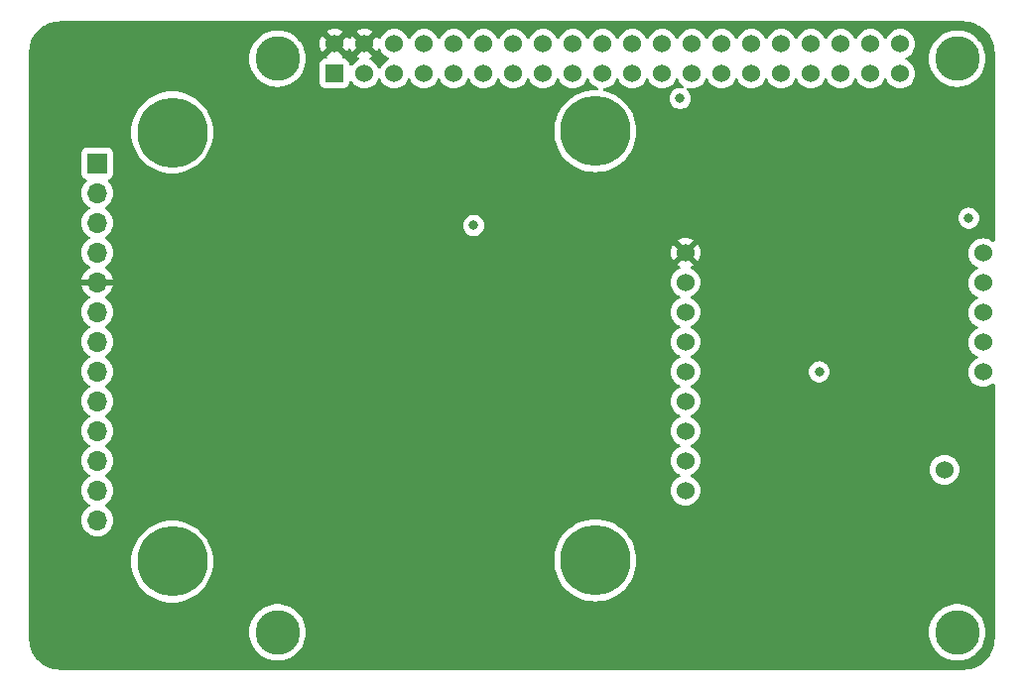
<source format=gbr>
%TF.GenerationSoftware,KiCad,Pcbnew,8.0.5*%
%TF.CreationDate,2024-12-07T17:39:48-08:00*%
%TF.ProjectId,Groundstation_433_Hat,47726f75-6e64-4737-9461-74696f6e5f34,1.2*%
%TF.SameCoordinates,Original*%
%TF.FileFunction,Copper,L3,Inr*%
%TF.FilePolarity,Positive*%
%FSLAX46Y46*%
G04 Gerber Fmt 4.6, Leading zero omitted, Abs format (unit mm)*
G04 Created by KiCad (PCBNEW 8.0.5) date 2024-12-07 17:39:48*
%MOMM*%
%LPD*%
G01*
G04 APERTURE LIST*
%TA.AperFunction,ComponentPad*%
%ADD10R,1.524000X1.524000*%
%TD*%
%TA.AperFunction,ComponentPad*%
%ADD11C,1.524000*%
%TD*%
%TA.AperFunction,ComponentPad*%
%ADD12C,3.812400*%
%TD*%
%TA.AperFunction,ComponentPad*%
%ADD13C,6.000000*%
%TD*%
%TA.AperFunction,ComponentPad*%
%ADD14R,1.700000X1.700000*%
%TD*%
%TA.AperFunction,ComponentPad*%
%ADD15O,1.700000X1.700000*%
%TD*%
%TA.AperFunction,ViaPad*%
%ADD16C,0.800000*%
%TD*%
G04 APERTURE END LIST*
D10*
X138370000Y-64770000D03*
D11*
X138370000Y-62230000D03*
X140910000Y-64770000D03*
X140910000Y-62230000D03*
X143450000Y-64770000D03*
X143450000Y-62230000D03*
X145990000Y-64770000D03*
X145990000Y-62230000D03*
X148530000Y-64770000D03*
X148530000Y-62230000D03*
X151070000Y-64770000D03*
X151070000Y-62230000D03*
X153610000Y-64770000D03*
X153610000Y-62230000D03*
X156150000Y-64770000D03*
X156150000Y-62230000D03*
X158690000Y-64770000D03*
X158690000Y-62230000D03*
X161230000Y-64770000D03*
X161230000Y-62230000D03*
X163770000Y-64770000D03*
X163770000Y-62230000D03*
X166310000Y-64770000D03*
X166310000Y-62230000D03*
X168850000Y-64770000D03*
X168850000Y-62230000D03*
X171390000Y-64770000D03*
X171390000Y-62230000D03*
X173930000Y-64770000D03*
X173930000Y-62230000D03*
X176470000Y-64770000D03*
X176470000Y-62230000D03*
X179010000Y-64770000D03*
X179010000Y-62230000D03*
X181550000Y-64770000D03*
X181550000Y-62230000D03*
X184090000Y-64770000D03*
X184090000Y-62230000D03*
X186630000Y-64770000D03*
X186630000Y-62230000D03*
D12*
X133500000Y-63500000D03*
X191500000Y-63500000D03*
X191500000Y-112500000D03*
X133500000Y-112500000D03*
D13*
X124518408Y-106445774D03*
X160618408Y-106345774D03*
X124518408Y-69795774D03*
X160618408Y-69695774D03*
D11*
X168307575Y-80064234D03*
X168307575Y-82604234D03*
X168307575Y-85144234D03*
X168307575Y-87684234D03*
X168307575Y-90224234D03*
X168307575Y-92764234D03*
X168307575Y-95304234D03*
X168307575Y-97844234D03*
X168307575Y-100384234D03*
X193694899Y-80116567D03*
X193694899Y-82656567D03*
X193694899Y-85196567D03*
X193694899Y-87736567D03*
X193694899Y-90276567D03*
X190418299Y-98607767D03*
D14*
X118130908Y-72440000D03*
D15*
X118130908Y-74980000D03*
X118130908Y-77520000D03*
X118130908Y-80060000D03*
X118130908Y-82600000D03*
X118130908Y-85140000D03*
X118130908Y-87680000D03*
X118130908Y-90220000D03*
X118130908Y-92760000D03*
X118130908Y-95300000D03*
X118130908Y-97840000D03*
X118130908Y-100380000D03*
X118130908Y-102920000D03*
D16*
X167853937Y-66900000D03*
X150228937Y-77750000D03*
X179728937Y-90250000D03*
X170216522Y-74444646D03*
X180478937Y-70206188D03*
X123953937Y-64400000D03*
X192478937Y-77125000D03*
%TA.AperFunction,Conductor*%
G36*
X141961741Y-62928188D02*
G01*
X142007094Y-62863417D01*
X142007095Y-62863416D01*
X142067340Y-62734219D01*
X142113512Y-62681780D01*
X142180706Y-62662627D01*
X142247587Y-62682842D01*
X142292105Y-62734218D01*
X142352466Y-62863662D01*
X142352468Y-62863666D01*
X142479170Y-63044615D01*
X142479175Y-63044621D01*
X142635378Y-63200824D01*
X142635384Y-63200829D01*
X142816333Y-63327531D01*
X142816335Y-63327532D01*
X142816338Y-63327534D01*
X142898514Y-63365853D01*
X142945189Y-63387618D01*
X142997628Y-63433790D01*
X143016780Y-63500984D01*
X142996564Y-63567865D01*
X142945189Y-63612382D01*
X142816340Y-63672465D01*
X142816338Y-63672466D01*
X142635377Y-63799175D01*
X142479175Y-63955377D01*
X142352466Y-64136338D01*
X142352465Y-64136340D01*
X142292382Y-64265189D01*
X142246209Y-64317628D01*
X142179016Y-64336780D01*
X142112135Y-64316564D01*
X142067618Y-64265189D01*
X142007534Y-64136340D01*
X142007533Y-64136338D01*
X141981885Y-64099709D01*
X141912125Y-64000080D01*
X141880827Y-63955381D01*
X141825962Y-63900516D01*
X141724620Y-63799174D01*
X141724616Y-63799171D01*
X141724615Y-63799170D01*
X141543666Y-63672468D01*
X141543662Y-63672466D01*
X141414218Y-63612105D01*
X141361779Y-63565932D01*
X141342627Y-63498739D01*
X141362843Y-63431858D01*
X141414219Y-63387340D01*
X141543416Y-63327095D01*
X141543417Y-63327094D01*
X141608188Y-63281741D01*
X141045942Y-62719494D01*
X141106081Y-62703381D01*
X141221920Y-62636502D01*
X141316502Y-62541920D01*
X141383381Y-62426081D01*
X141399495Y-62365942D01*
X141961741Y-62928188D01*
G37*
%TD.AperFunction*%
%TA.AperFunction,Conductor*%
G36*
X140436619Y-62426081D02*
G01*
X140503498Y-62541920D01*
X140598080Y-62636502D01*
X140713919Y-62703381D01*
X140774057Y-62719494D01*
X140211810Y-63281740D01*
X140276589Y-63327098D01*
X140405781Y-63387342D01*
X140458220Y-63433514D01*
X140477372Y-63500708D01*
X140457156Y-63567589D01*
X140405781Y-63612106D01*
X140276340Y-63672465D01*
X140276338Y-63672466D01*
X140095377Y-63799175D01*
X139939175Y-63955377D01*
X139858074Y-64071203D01*
X139803497Y-64114828D01*
X139733999Y-64122022D01*
X139671644Y-64090499D01*
X139636230Y-64030270D01*
X139632499Y-64000080D01*
X139632499Y-63960129D01*
X139632498Y-63960123D01*
X139632497Y-63960116D01*
X139626091Y-63900517D01*
X139589430Y-63802225D01*
X139575797Y-63765671D01*
X139575793Y-63765664D01*
X139489547Y-63650455D01*
X139489544Y-63650452D01*
X139374335Y-63564206D01*
X139374328Y-63564202D01*
X139239482Y-63513908D01*
X139239483Y-63513908D01*
X139179883Y-63507501D01*
X139179881Y-63507500D01*
X139179873Y-63507500D01*
X139179865Y-63507500D01*
X139139048Y-63507500D01*
X139072009Y-63487815D01*
X139026254Y-63435011D01*
X139016310Y-63365853D01*
X139045335Y-63302297D01*
X139067925Y-63281925D01*
X139068187Y-63281740D01*
X138505942Y-62719494D01*
X138566081Y-62703381D01*
X138681920Y-62636502D01*
X138776502Y-62541920D01*
X138843381Y-62426081D01*
X138859495Y-62365942D01*
X139421741Y-62928188D01*
X139467094Y-62863417D01*
X139467100Y-62863407D01*
X139527618Y-62733627D01*
X139573790Y-62681187D01*
X139640983Y-62662035D01*
X139707865Y-62682251D01*
X139752382Y-62733627D01*
X139812898Y-62863405D01*
X139812901Y-62863411D01*
X139858258Y-62928187D01*
X139858259Y-62928188D01*
X140420504Y-62365942D01*
X140436619Y-62426081D01*
G37*
%TD.AperFunction*%
%TA.AperFunction,Conductor*%
G36*
X192003472Y-60300695D02*
G01*
X192295306Y-60317084D01*
X192309103Y-60318638D01*
X192593827Y-60367015D01*
X192607384Y-60370109D01*
X192884899Y-60450060D01*
X192898025Y-60454653D01*
X193164841Y-60565172D01*
X193177355Y-60571198D01*
X193343444Y-60662992D01*
X193430125Y-60710899D01*
X193441899Y-60718297D01*
X193677430Y-60885415D01*
X193688302Y-60894085D01*
X193903642Y-61086524D01*
X193913473Y-61096355D01*
X193945743Y-61132465D01*
X194105914Y-61311697D01*
X194114584Y-61322569D01*
X194281702Y-61558100D01*
X194289100Y-61569874D01*
X194428797Y-61822637D01*
X194434830Y-61835165D01*
X194545346Y-62101975D01*
X194549939Y-62115100D01*
X194629890Y-62392615D01*
X194632984Y-62406172D01*
X194681359Y-62690885D01*
X194682916Y-62704703D01*
X194699305Y-62996527D01*
X194699500Y-63003480D01*
X194699500Y-79040565D01*
X194679815Y-79107604D01*
X194627011Y-79153359D01*
X194557853Y-79163303D01*
X194504377Y-79142140D01*
X194328565Y-79019035D01*
X194328561Y-79019033D01*
X194314534Y-79012492D01*
X194128349Y-78925673D01*
X194128346Y-78925672D01*
X194128344Y-78925671D01*
X193914969Y-78868497D01*
X193914961Y-78868496D01*
X193694901Y-78849244D01*
X193694897Y-78849244D01*
X193474836Y-78868496D01*
X193474828Y-78868497D01*
X193261453Y-78925671D01*
X193261447Y-78925674D01*
X193061239Y-79019032D01*
X193061237Y-79019033D01*
X192880276Y-79145742D01*
X192724074Y-79301944D01*
X192597365Y-79482905D01*
X192597364Y-79482907D01*
X192504006Y-79683115D01*
X192504003Y-79683121D01*
X192446829Y-79896496D01*
X192446828Y-79896504D01*
X192427576Y-80116564D01*
X192427576Y-80116569D01*
X192446828Y-80336629D01*
X192446829Y-80336637D01*
X192504003Y-80550012D01*
X192504004Y-80550014D01*
X192504005Y-80550017D01*
X192572842Y-80697639D01*
X192597365Y-80750229D01*
X192597367Y-80750233D01*
X192724069Y-80931182D01*
X192724074Y-80931188D01*
X192880277Y-81087391D01*
X192880283Y-81087396D01*
X193061232Y-81214098D01*
X193061234Y-81214099D01*
X193061237Y-81214101D01*
X193172733Y-81266092D01*
X193190088Y-81274185D01*
X193242527Y-81320357D01*
X193261679Y-81387551D01*
X193241463Y-81454432D01*
X193190088Y-81498949D01*
X193061239Y-81559032D01*
X193061237Y-81559033D01*
X192880276Y-81685742D01*
X192724074Y-81841944D01*
X192597365Y-82022905D01*
X192597364Y-82022907D01*
X192504006Y-82223115D01*
X192504003Y-82223121D01*
X192446829Y-82436496D01*
X192446828Y-82436504D01*
X192427576Y-82656564D01*
X192427576Y-82656569D01*
X192446828Y-82876629D01*
X192446829Y-82876637D01*
X192504003Y-83090012D01*
X192504004Y-83090014D01*
X192504005Y-83090017D01*
X192572962Y-83237896D01*
X192597365Y-83290229D01*
X192597367Y-83290233D01*
X192724069Y-83471182D01*
X192724074Y-83471188D01*
X192880277Y-83627391D01*
X192880283Y-83627396D01*
X193061232Y-83754098D01*
X193061234Y-83754099D01*
X193061237Y-83754101D01*
X193149220Y-83795128D01*
X193190088Y-83814185D01*
X193242527Y-83860357D01*
X193261679Y-83927551D01*
X193241463Y-83994432D01*
X193190088Y-84038949D01*
X193061239Y-84099032D01*
X193061237Y-84099033D01*
X192880276Y-84225742D01*
X192724074Y-84381944D01*
X192597365Y-84562905D01*
X192597364Y-84562907D01*
X192504006Y-84763115D01*
X192504003Y-84763121D01*
X192446829Y-84976496D01*
X192446828Y-84976504D01*
X192427576Y-85196564D01*
X192427576Y-85196569D01*
X192446828Y-85416629D01*
X192446829Y-85416637D01*
X192504003Y-85630012D01*
X192504004Y-85630014D01*
X192504005Y-85630017D01*
X192572962Y-85777896D01*
X192597365Y-85830229D01*
X192597367Y-85830233D01*
X192724069Y-86011182D01*
X192724074Y-86011188D01*
X192880277Y-86167391D01*
X192880283Y-86167396D01*
X193061232Y-86294098D01*
X193061234Y-86294099D01*
X193061237Y-86294101D01*
X193149220Y-86335128D01*
X193190088Y-86354185D01*
X193242527Y-86400357D01*
X193261679Y-86467551D01*
X193241463Y-86534432D01*
X193190088Y-86578949D01*
X193061239Y-86639032D01*
X193061237Y-86639033D01*
X192880276Y-86765742D01*
X192724074Y-86921944D01*
X192597365Y-87102905D01*
X192597364Y-87102907D01*
X192504006Y-87303115D01*
X192504003Y-87303121D01*
X192446829Y-87516496D01*
X192446828Y-87516504D01*
X192427576Y-87736564D01*
X192427576Y-87736569D01*
X192446828Y-87956629D01*
X192446829Y-87956637D01*
X192504003Y-88170012D01*
X192504004Y-88170014D01*
X192504005Y-88170017D01*
X192572962Y-88317896D01*
X192597365Y-88370229D01*
X192597367Y-88370233D01*
X192724069Y-88551182D01*
X192724074Y-88551188D01*
X192880277Y-88707391D01*
X192880283Y-88707396D01*
X193061232Y-88834098D01*
X193061234Y-88834099D01*
X193061237Y-88834101D01*
X193149220Y-88875128D01*
X193190088Y-88894185D01*
X193242527Y-88940357D01*
X193261679Y-89007551D01*
X193241463Y-89074432D01*
X193190088Y-89118949D01*
X193061239Y-89179032D01*
X193061237Y-89179033D01*
X192880276Y-89305742D01*
X192724074Y-89461944D01*
X192597365Y-89642905D01*
X192597364Y-89642907D01*
X192504006Y-89843115D01*
X192504003Y-89843121D01*
X192446829Y-90056496D01*
X192446828Y-90056504D01*
X192427576Y-90276564D01*
X192427576Y-90276569D01*
X192446828Y-90496629D01*
X192446829Y-90496637D01*
X192504003Y-90710012D01*
X192504004Y-90710014D01*
X192504005Y-90710017D01*
X192537671Y-90782214D01*
X192597365Y-90910229D01*
X192597367Y-90910233D01*
X192724069Y-91091182D01*
X192724074Y-91091188D01*
X192880277Y-91247391D01*
X192880283Y-91247396D01*
X193061232Y-91374098D01*
X193061234Y-91374099D01*
X193061237Y-91374101D01*
X193261449Y-91467461D01*
X193474831Y-91524637D01*
X193632022Y-91538389D01*
X193694897Y-91543890D01*
X193694899Y-91543890D01*
X193694901Y-91543890D01*
X193749916Y-91539076D01*
X193914967Y-91524637D01*
X194128349Y-91467461D01*
X194328561Y-91374101D01*
X194504379Y-91250991D01*
X194570582Y-91228666D01*
X194638350Y-91245676D01*
X194686163Y-91296624D01*
X194699500Y-91352568D01*
X194699500Y-112996519D01*
X194699305Y-113003472D01*
X194682916Y-113295296D01*
X194681359Y-113309114D01*
X194632984Y-113593827D01*
X194629890Y-113607384D01*
X194549939Y-113884899D01*
X194545346Y-113898024D01*
X194434830Y-114164834D01*
X194428797Y-114177362D01*
X194289100Y-114430125D01*
X194281702Y-114441899D01*
X194114584Y-114677430D01*
X194105914Y-114688302D01*
X193913475Y-114903642D01*
X193903642Y-114913475D01*
X193688302Y-115105914D01*
X193677430Y-115114584D01*
X193441899Y-115281702D01*
X193430125Y-115289100D01*
X193177362Y-115428797D01*
X193164834Y-115434830D01*
X192898024Y-115545346D01*
X192884899Y-115549939D01*
X192607384Y-115629890D01*
X192593827Y-115632984D01*
X192309114Y-115681359D01*
X192295296Y-115682916D01*
X192003472Y-115699305D01*
X191996519Y-115699500D01*
X115003497Y-115699500D01*
X114996540Y-115699305D01*
X114704709Y-115682907D01*
X114690892Y-115681349D01*
X114406188Y-115632968D01*
X114392632Y-115629874D01*
X114115117Y-115549916D01*
X114101993Y-115545323D01*
X113835189Y-115434805D01*
X113822661Y-115428772D01*
X113569900Y-115289072D01*
X113558126Y-115281674D01*
X113322592Y-115114551D01*
X113311734Y-115105892D01*
X113096385Y-114913443D01*
X113086555Y-114903613D01*
X113055394Y-114868744D01*
X112894105Y-114688263D01*
X112885453Y-114677413D01*
X112718324Y-114441871D01*
X112710927Y-114430099D01*
X112671115Y-114358067D01*
X112571223Y-114177331D01*
X112565198Y-114164818D01*
X112454676Y-113898006D01*
X112450083Y-113884882D01*
X112441589Y-113855402D01*
X112370122Y-113607356D01*
X112367033Y-113593823D01*
X112318648Y-113309096D01*
X112317093Y-113295296D01*
X112300695Y-113003459D01*
X112300500Y-112996503D01*
X112300500Y-112499994D01*
X131088542Y-112499994D01*
X131088542Y-112500005D01*
X131107555Y-112802225D01*
X131107556Y-112802232D01*
X131107557Y-112802236D01*
X131145280Y-112999990D01*
X131164303Y-113099709D01*
X131230108Y-113302236D01*
X131257883Y-113387717D01*
X131386823Y-113661729D01*
X131386825Y-113661732D01*
X131386826Y-113661734D01*
X131549085Y-113917414D01*
X131549088Y-113917418D01*
X131549089Y-113917419D01*
X131742123Y-114150757D01*
X131962877Y-114358058D01*
X131962887Y-114358067D01*
X132207864Y-114536053D01*
X132207870Y-114536056D01*
X132207876Y-114536061D01*
X132473251Y-114681952D01*
X132754818Y-114793433D01*
X132754817Y-114793433D01*
X132852591Y-114818536D01*
X133048138Y-114868744D01*
X133195252Y-114887329D01*
X133348573Y-114906699D01*
X133348579Y-114906699D01*
X133348583Y-114906700D01*
X133348585Y-114906700D01*
X133651415Y-114906700D01*
X133651417Y-114906700D01*
X133651422Y-114906699D01*
X133651426Y-114906699D01*
X133731189Y-114896622D01*
X133951862Y-114868744D01*
X134245182Y-114793433D01*
X134526749Y-114681952D01*
X134792124Y-114536061D01*
X134921727Y-114441899D01*
X135037112Y-114358067D01*
X135037114Y-114358064D01*
X135037121Y-114358060D01*
X135257877Y-114150757D01*
X135450911Y-113917419D01*
X135613177Y-113661729D01*
X135742117Y-113387717D01*
X135835698Y-113099705D01*
X135892443Y-112802236D01*
X135911458Y-112500000D01*
X135911458Y-112499994D01*
X189088542Y-112499994D01*
X189088542Y-112500005D01*
X189107555Y-112802225D01*
X189107556Y-112802232D01*
X189107557Y-112802236D01*
X189145280Y-112999990D01*
X189164303Y-113099709D01*
X189230108Y-113302236D01*
X189257883Y-113387717D01*
X189386823Y-113661729D01*
X189386825Y-113661732D01*
X189386826Y-113661734D01*
X189549085Y-113917414D01*
X189549088Y-113917418D01*
X189549089Y-113917419D01*
X189742123Y-114150757D01*
X189962877Y-114358058D01*
X189962887Y-114358067D01*
X190207864Y-114536053D01*
X190207870Y-114536056D01*
X190207876Y-114536061D01*
X190473251Y-114681952D01*
X190754818Y-114793433D01*
X190754817Y-114793433D01*
X190852591Y-114818536D01*
X191048138Y-114868744D01*
X191195252Y-114887329D01*
X191348573Y-114906699D01*
X191348579Y-114906699D01*
X191348583Y-114906700D01*
X191348585Y-114906700D01*
X191651415Y-114906700D01*
X191651417Y-114906700D01*
X191651422Y-114906699D01*
X191651426Y-114906699D01*
X191731189Y-114896622D01*
X191951862Y-114868744D01*
X192245182Y-114793433D01*
X192526749Y-114681952D01*
X192792124Y-114536061D01*
X192921727Y-114441899D01*
X193037112Y-114358067D01*
X193037114Y-114358064D01*
X193037121Y-114358060D01*
X193257877Y-114150757D01*
X193450911Y-113917419D01*
X193613177Y-113661729D01*
X193742117Y-113387717D01*
X193835698Y-113099705D01*
X193892443Y-112802236D01*
X193911458Y-112500000D01*
X193892443Y-112197764D01*
X193835698Y-111900295D01*
X193742117Y-111612283D01*
X193613177Y-111338271D01*
X193450911Y-111082581D01*
X193257877Y-110849243D01*
X193037121Y-110641940D01*
X193037120Y-110641939D01*
X193037112Y-110641932D01*
X192792135Y-110463946D01*
X192792117Y-110463935D01*
X192526748Y-110318047D01*
X192526745Y-110318046D01*
X192245179Y-110206566D01*
X192245182Y-110206566D01*
X191951859Y-110131255D01*
X191651426Y-110093300D01*
X191651417Y-110093300D01*
X191348583Y-110093300D01*
X191348573Y-110093300D01*
X191048140Y-110131255D01*
X190754818Y-110206566D01*
X190473254Y-110318046D01*
X190473251Y-110318047D01*
X190207882Y-110463935D01*
X190207864Y-110463946D01*
X189962887Y-110641932D01*
X189962877Y-110641941D01*
X189742125Y-110849241D01*
X189549085Y-111082585D01*
X189386826Y-111338265D01*
X189257882Y-111612285D01*
X189164303Y-111900290D01*
X189107556Y-112197767D01*
X189107555Y-112197774D01*
X189088542Y-112499994D01*
X135911458Y-112499994D01*
X135892443Y-112197764D01*
X135835698Y-111900295D01*
X135742117Y-111612283D01*
X135613177Y-111338271D01*
X135450911Y-111082581D01*
X135257877Y-110849243D01*
X135037121Y-110641940D01*
X135037120Y-110641939D01*
X135037112Y-110641932D01*
X134792135Y-110463946D01*
X134792117Y-110463935D01*
X134526748Y-110318047D01*
X134526745Y-110318046D01*
X134245179Y-110206566D01*
X134245182Y-110206566D01*
X133951859Y-110131255D01*
X133651426Y-110093300D01*
X133651417Y-110093300D01*
X133348583Y-110093300D01*
X133348573Y-110093300D01*
X133048140Y-110131255D01*
X132754818Y-110206566D01*
X132473254Y-110318046D01*
X132473251Y-110318047D01*
X132207882Y-110463935D01*
X132207864Y-110463946D01*
X131962887Y-110641932D01*
X131962877Y-110641941D01*
X131742125Y-110849241D01*
X131549085Y-111082585D01*
X131386826Y-111338265D01*
X131257882Y-111612285D01*
X131164303Y-111900290D01*
X131107556Y-112197767D01*
X131107555Y-112197774D01*
X131088542Y-112499994D01*
X112300500Y-112499994D01*
X112300500Y-106445773D01*
X121013104Y-106445773D01*
X121013104Y-106445774D01*
X121032306Y-106812179D01*
X121089702Y-107174562D01*
X121089702Y-107174564D01*
X121184668Y-107528980D01*
X121316154Y-107871513D01*
X121482728Y-108198430D01*
X121682555Y-108506138D01*
X121832483Y-108691283D01*
X121913459Y-108791280D01*
X122172902Y-109050723D01*
X122172906Y-109050726D01*
X122458043Y-109281626D01*
X122765751Y-109481453D01*
X122765756Y-109481456D01*
X123092672Y-109648029D01*
X123435209Y-109779516D01*
X123789614Y-109874479D01*
X124152004Y-109931876D01*
X124498142Y-109950015D01*
X124518407Y-109951078D01*
X124518408Y-109951078D01*
X124518409Y-109951078D01*
X124537611Y-109950071D01*
X124884812Y-109931876D01*
X125247202Y-109874479D01*
X125601607Y-109779516D01*
X125944144Y-109648029D01*
X126271060Y-109481456D01*
X126578774Y-109281625D01*
X126863914Y-109050723D01*
X127123357Y-108791280D01*
X127354259Y-108506140D01*
X127554090Y-108198426D01*
X127720663Y-107871510D01*
X127852150Y-107528973D01*
X127947113Y-107174568D01*
X128004510Y-106812178D01*
X128023712Y-106445774D01*
X128018471Y-106345773D01*
X157113104Y-106345773D01*
X157113104Y-106345774D01*
X157132306Y-106712179D01*
X157189702Y-107074562D01*
X157189703Y-107074568D01*
X157216496Y-107174562D01*
X157284668Y-107428980D01*
X157416154Y-107771513D01*
X157582728Y-108098430D01*
X157782555Y-108406138D01*
X157782557Y-108406140D01*
X158013459Y-108691280D01*
X158272902Y-108950723D01*
X158272906Y-108950726D01*
X158558043Y-109181626D01*
X158865751Y-109381453D01*
X158865756Y-109381456D01*
X159192672Y-109548029D01*
X159535209Y-109679516D01*
X159889614Y-109774479D01*
X160252004Y-109831876D01*
X160598142Y-109850015D01*
X160618407Y-109851078D01*
X160618408Y-109851078D01*
X160618409Y-109851078D01*
X160637611Y-109850071D01*
X160984812Y-109831876D01*
X161347202Y-109774479D01*
X161701607Y-109679516D01*
X162044144Y-109548029D01*
X162371060Y-109381456D01*
X162678774Y-109181625D01*
X162963914Y-108950723D01*
X163223357Y-108691280D01*
X163454259Y-108406140D01*
X163654090Y-108098426D01*
X163820663Y-107771510D01*
X163952150Y-107428973D01*
X164047113Y-107074568D01*
X164104510Y-106712178D01*
X164123712Y-106345774D01*
X164104510Y-105979370D01*
X164047113Y-105616980D01*
X163952150Y-105262575D01*
X163820663Y-104920038D01*
X163654090Y-104593122D01*
X163519200Y-104385409D01*
X163454260Y-104285409D01*
X163223360Y-104000272D01*
X163223357Y-104000268D01*
X162963914Y-103740825D01*
X162678774Y-103509923D01*
X162678772Y-103509921D01*
X162371064Y-103310094D01*
X162044147Y-103143520D01*
X161701614Y-103012034D01*
X161701607Y-103012032D01*
X161347202Y-102917069D01*
X161347198Y-102917068D01*
X161347197Y-102917068D01*
X160984813Y-102859672D01*
X160618409Y-102840470D01*
X160618407Y-102840470D01*
X160252002Y-102859672D01*
X159889619Y-102917068D01*
X159889617Y-102917068D01*
X159535201Y-103012034D01*
X159192668Y-103143520D01*
X158865751Y-103310094D01*
X158558043Y-103509921D01*
X158272906Y-103740821D01*
X158272898Y-103740828D01*
X158013462Y-104000264D01*
X158013455Y-104000272D01*
X157782555Y-104285409D01*
X157582728Y-104593117D01*
X157416154Y-104920034D01*
X157284668Y-105262567D01*
X157189702Y-105616983D01*
X157189702Y-105616985D01*
X157132306Y-105979368D01*
X157113104Y-106345773D01*
X128018471Y-106345773D01*
X128004510Y-106079370D01*
X127947113Y-105716980D01*
X127852150Y-105362575D01*
X127720663Y-105020038D01*
X127554090Y-104693122D01*
X127489150Y-104593122D01*
X127354260Y-104385409D01*
X127199181Y-104193903D01*
X127123357Y-104100268D01*
X126863914Y-103840825D01*
X126802882Y-103791402D01*
X126578772Y-103609921D01*
X126271064Y-103410094D01*
X125944147Y-103243520D01*
X125601614Y-103112034D01*
X125601607Y-103112032D01*
X125247202Y-103017069D01*
X125247198Y-103017068D01*
X125247197Y-103017068D01*
X124884813Y-102959672D01*
X124518409Y-102940470D01*
X124518407Y-102940470D01*
X124152002Y-102959672D01*
X123789619Y-103017068D01*
X123789617Y-103017068D01*
X123435201Y-103112034D01*
X123092668Y-103243520D01*
X122765751Y-103410094D01*
X122458043Y-103609921D01*
X122172906Y-103840821D01*
X122172898Y-103840828D01*
X121913462Y-104100264D01*
X121913455Y-104100272D01*
X121682555Y-104385409D01*
X121482728Y-104693117D01*
X121316154Y-105020034D01*
X121184668Y-105362567D01*
X121089702Y-105716983D01*
X121089702Y-105716985D01*
X121032306Y-106079368D01*
X121013104Y-106445773D01*
X112300500Y-106445773D01*
X112300500Y-74979999D01*
X116775249Y-74979999D01*
X116775249Y-74980000D01*
X116795844Y-75215403D01*
X116795846Y-75215413D01*
X116857002Y-75443655D01*
X116857004Y-75443659D01*
X116857005Y-75443663D01*
X116956873Y-75657830D01*
X116956875Y-75657834D01*
X117092409Y-75851395D01*
X117092414Y-75851402D01*
X117259505Y-76018493D01*
X117259511Y-76018498D01*
X117445066Y-76148425D01*
X117488691Y-76203002D01*
X117495885Y-76272500D01*
X117464362Y-76334855D01*
X117445066Y-76351575D01*
X117259505Y-76481505D01*
X117092413Y-76648597D01*
X116956873Y-76842169D01*
X116956872Y-76842171D01*
X116857006Y-77056335D01*
X116857002Y-77056344D01*
X116795846Y-77284586D01*
X116795844Y-77284596D01*
X116775249Y-77519999D01*
X116775249Y-77520000D01*
X116795844Y-77755403D01*
X116795846Y-77755413D01*
X116857002Y-77983655D01*
X116857004Y-77983659D01*
X116857005Y-77983663D01*
X116858162Y-77986144D01*
X116956873Y-78197830D01*
X116956875Y-78197834D01*
X117092409Y-78391395D01*
X117092414Y-78391402D01*
X117259505Y-78558493D01*
X117259511Y-78558498D01*
X117445066Y-78688425D01*
X117488691Y-78743002D01*
X117495885Y-78812500D01*
X117464362Y-78874855D01*
X117445066Y-78891575D01*
X117259505Y-79021505D01*
X117092413Y-79188597D01*
X116956873Y-79382169D01*
X116956872Y-79382171D01*
X116857006Y-79596335D01*
X116857002Y-79596344D01*
X116795846Y-79824586D01*
X116795844Y-79824596D01*
X116775249Y-80059999D01*
X116775249Y-80060000D01*
X116795844Y-80295403D01*
X116795846Y-80295413D01*
X116857002Y-80523655D01*
X116857004Y-80523659D01*
X116857005Y-80523663D01*
X116869295Y-80550018D01*
X116956873Y-80737830D01*
X116956875Y-80737834D01*
X117092409Y-80931395D01*
X117092414Y-80931402D01*
X117259505Y-81098493D01*
X117259511Y-81098498D01*
X117284471Y-81115975D01*
X117424609Y-81214101D01*
X117445502Y-81228730D01*
X117489127Y-81283307D01*
X117496321Y-81352805D01*
X117464798Y-81415160D01*
X117445503Y-81431880D01*
X117259830Y-81561890D01*
X117259828Y-81561891D01*
X117092799Y-81728920D01*
X117092794Y-81728926D01*
X116957308Y-81922420D01*
X116957307Y-81922422D01*
X116857478Y-82136507D01*
X116857475Y-82136513D01*
X116800272Y-82349999D01*
X116800272Y-82350000D01*
X117697896Y-82350000D01*
X117664983Y-82407007D01*
X117630908Y-82534174D01*
X117630908Y-82665826D01*
X117664983Y-82792993D01*
X117697896Y-82850000D01*
X116800272Y-82850000D01*
X116857475Y-83063486D01*
X116857478Y-83063492D01*
X116957307Y-83277578D01*
X117092802Y-83471082D01*
X117259825Y-83638105D01*
X117445503Y-83768119D01*
X117489127Y-83822696D01*
X117496320Y-83892195D01*
X117464798Y-83954549D01*
X117445503Y-83971269D01*
X117259502Y-84101508D01*
X117092413Y-84268597D01*
X116956873Y-84462169D01*
X116956872Y-84462171D01*
X116857006Y-84676335D01*
X116857002Y-84676344D01*
X116795846Y-84904586D01*
X116795844Y-84904596D01*
X116775249Y-85139999D01*
X116775249Y-85140000D01*
X116795844Y-85375403D01*
X116795846Y-85375413D01*
X116857002Y-85603655D01*
X116857004Y-85603659D01*
X116857005Y-85603663D01*
X116938253Y-85777900D01*
X116956873Y-85817830D01*
X116956875Y-85817834D01*
X117092409Y-86011395D01*
X117092414Y-86011402D01*
X117259505Y-86178493D01*
X117259511Y-86178498D01*
X117445066Y-86308425D01*
X117488691Y-86363002D01*
X117495885Y-86432500D01*
X117464362Y-86494855D01*
X117445066Y-86511575D01*
X117259505Y-86641505D01*
X117092413Y-86808597D01*
X116956873Y-87002169D01*
X116956872Y-87002171D01*
X116857006Y-87216335D01*
X116857002Y-87216344D01*
X116795846Y-87444586D01*
X116795844Y-87444596D01*
X116775249Y-87679999D01*
X116775249Y-87680000D01*
X116795844Y-87915403D01*
X116795846Y-87915413D01*
X116857002Y-88143655D01*
X116857004Y-88143659D01*
X116857005Y-88143663D01*
X116938253Y-88317900D01*
X116956873Y-88357830D01*
X116956875Y-88357834D01*
X117092409Y-88551395D01*
X117092414Y-88551402D01*
X117259505Y-88718493D01*
X117259511Y-88718498D01*
X117445066Y-88848425D01*
X117488691Y-88903002D01*
X117495885Y-88972500D01*
X117464362Y-89034855D01*
X117445066Y-89051575D01*
X117259505Y-89181505D01*
X117092413Y-89348597D01*
X116956873Y-89542169D01*
X116956872Y-89542171D01*
X116857006Y-89756335D01*
X116857002Y-89756344D01*
X116795846Y-89984586D01*
X116795844Y-89984596D01*
X116775249Y-90219999D01*
X116775249Y-90220000D01*
X116795844Y-90455403D01*
X116795846Y-90455413D01*
X116857002Y-90683655D01*
X116857004Y-90683659D01*
X116857005Y-90683663D01*
X116938253Y-90857900D01*
X116956873Y-90897830D01*
X116956875Y-90897834D01*
X117092409Y-91091395D01*
X117092414Y-91091402D01*
X117259505Y-91258493D01*
X117259511Y-91258498D01*
X117445066Y-91388425D01*
X117488691Y-91443002D01*
X117495885Y-91512500D01*
X117464362Y-91574855D01*
X117445066Y-91591575D01*
X117259505Y-91721505D01*
X117092413Y-91888597D01*
X116956873Y-92082169D01*
X116956872Y-92082171D01*
X116857006Y-92296335D01*
X116857002Y-92296344D01*
X116795846Y-92524586D01*
X116795844Y-92524596D01*
X116775249Y-92759999D01*
X116775249Y-92760000D01*
X116795844Y-92995403D01*
X116795846Y-92995413D01*
X116857002Y-93223655D01*
X116857004Y-93223659D01*
X116857005Y-93223663D01*
X116938253Y-93397900D01*
X116956873Y-93437830D01*
X116956875Y-93437834D01*
X117092409Y-93631395D01*
X117092414Y-93631402D01*
X117259505Y-93798493D01*
X117259511Y-93798498D01*
X117445066Y-93928425D01*
X117488691Y-93983002D01*
X117495885Y-94052500D01*
X117464362Y-94114855D01*
X117445066Y-94131575D01*
X117259505Y-94261505D01*
X117092413Y-94428597D01*
X116956873Y-94622169D01*
X116956872Y-94622171D01*
X116857006Y-94836335D01*
X116857002Y-94836344D01*
X116795846Y-95064586D01*
X116795844Y-95064596D01*
X116775249Y-95299999D01*
X116775249Y-95300000D01*
X116795844Y-95535403D01*
X116795846Y-95535413D01*
X116857002Y-95763655D01*
X116857004Y-95763659D01*
X116857005Y-95763663D01*
X116938253Y-95937900D01*
X116956873Y-95977830D01*
X116956875Y-95977834D01*
X117092409Y-96171395D01*
X117092414Y-96171402D01*
X117259505Y-96338493D01*
X117259511Y-96338498D01*
X117445066Y-96468425D01*
X117488691Y-96523002D01*
X117495885Y-96592500D01*
X117464362Y-96654855D01*
X117445066Y-96671575D01*
X117259505Y-96801505D01*
X117092413Y-96968597D01*
X116956873Y-97162169D01*
X116956872Y-97162171D01*
X116857006Y-97376335D01*
X116857002Y-97376344D01*
X116795846Y-97604586D01*
X116795844Y-97604596D01*
X116775249Y-97839999D01*
X116775249Y-97840000D01*
X116795844Y-98075403D01*
X116795846Y-98075413D01*
X116857002Y-98303655D01*
X116857004Y-98303659D01*
X116857005Y-98303663D01*
X116938253Y-98477900D01*
X116956873Y-98517830D01*
X116956875Y-98517834D01*
X117092409Y-98711395D01*
X117092414Y-98711402D01*
X117259505Y-98878493D01*
X117259511Y-98878498D01*
X117445066Y-99008425D01*
X117488691Y-99063002D01*
X117495885Y-99132500D01*
X117464362Y-99194855D01*
X117445066Y-99211575D01*
X117259505Y-99341505D01*
X117092413Y-99508597D01*
X116956873Y-99702169D01*
X116956872Y-99702171D01*
X116857006Y-99916335D01*
X116857002Y-99916344D01*
X116795846Y-100144586D01*
X116795844Y-100144596D01*
X116775249Y-100379999D01*
X116775249Y-100380000D01*
X116795844Y-100615403D01*
X116795846Y-100615413D01*
X116857002Y-100843655D01*
X116857004Y-100843659D01*
X116857005Y-100843663D01*
X116938253Y-101017900D01*
X116956873Y-101057830D01*
X116956875Y-101057834D01*
X117092409Y-101251395D01*
X117092414Y-101251402D01*
X117259505Y-101418493D01*
X117259511Y-101418498D01*
X117445066Y-101548425D01*
X117488691Y-101603002D01*
X117495885Y-101672500D01*
X117464362Y-101734855D01*
X117445066Y-101751575D01*
X117259505Y-101881505D01*
X117092413Y-102048597D01*
X116956873Y-102242169D01*
X116956872Y-102242171D01*
X116857006Y-102456335D01*
X116857002Y-102456344D01*
X116795846Y-102684586D01*
X116795844Y-102684596D01*
X116775249Y-102919999D01*
X116775249Y-102920000D01*
X116795844Y-103155403D01*
X116795846Y-103155413D01*
X116857002Y-103383655D01*
X116857004Y-103383659D01*
X116857005Y-103383663D01*
X116869330Y-103410094D01*
X116956873Y-103597830D01*
X116956875Y-103597834D01*
X117056996Y-103740821D01*
X117092413Y-103791401D01*
X117259507Y-103958495D01*
X117319165Y-104000268D01*
X117453073Y-104094032D01*
X117453075Y-104094033D01*
X117453078Y-104094035D01*
X117667245Y-104193903D01*
X117895500Y-104255063D01*
X118083826Y-104271539D01*
X118130907Y-104275659D01*
X118130908Y-104275659D01*
X118130909Y-104275659D01*
X118170142Y-104272226D01*
X118366316Y-104255063D01*
X118594571Y-104193903D01*
X118808738Y-104094035D01*
X119002309Y-103958495D01*
X119169403Y-103791401D01*
X119304943Y-103597830D01*
X119404811Y-103383663D01*
X119465971Y-103155408D01*
X119486567Y-102920000D01*
X119486310Y-102917068D01*
X119465971Y-102684596D01*
X119465971Y-102684592D01*
X119404811Y-102456337D01*
X119304943Y-102242171D01*
X119169403Y-102048599D01*
X119169402Y-102048597D01*
X119002310Y-101881506D01*
X119002304Y-101881501D01*
X118816750Y-101751575D01*
X118773125Y-101696998D01*
X118765931Y-101627500D01*
X118797454Y-101565145D01*
X118816750Y-101548425D01*
X118911950Y-101481765D01*
X119002309Y-101418495D01*
X119169403Y-101251401D01*
X119304943Y-101057830D01*
X119404811Y-100843663D01*
X119465971Y-100615408D01*
X119486567Y-100380000D01*
X119465971Y-100144592D01*
X119404811Y-99916337D01*
X119304943Y-99702171D01*
X119218416Y-99578596D01*
X119169402Y-99508597D01*
X119002310Y-99341506D01*
X119002304Y-99341501D01*
X118816750Y-99211575D01*
X118773125Y-99156998D01*
X118765931Y-99087500D01*
X118797454Y-99025145D01*
X118816750Y-99008425D01*
X118911950Y-98941765D01*
X119002309Y-98878495D01*
X119169403Y-98711401D01*
X119304943Y-98517830D01*
X119404811Y-98303663D01*
X119465971Y-98075408D01*
X119486567Y-97840000D01*
X119465971Y-97604592D01*
X119404811Y-97376337D01*
X119304943Y-97162171D01*
X119169403Y-96968599D01*
X119169402Y-96968597D01*
X119002310Y-96801506D01*
X119002304Y-96801501D01*
X118816750Y-96671575D01*
X118773125Y-96616998D01*
X118765931Y-96547500D01*
X118797454Y-96485145D01*
X118816750Y-96468425D01*
X118911950Y-96401765D01*
X119002309Y-96338495D01*
X119169403Y-96171401D01*
X119304943Y-95977830D01*
X119404811Y-95763663D01*
X119465971Y-95535408D01*
X119486567Y-95300000D01*
X119465971Y-95064592D01*
X119404811Y-94836337D01*
X119304943Y-94622171D01*
X119169403Y-94428599D01*
X119169402Y-94428597D01*
X119002310Y-94261506D01*
X119002304Y-94261501D01*
X118816750Y-94131575D01*
X118773125Y-94076998D01*
X118765931Y-94007500D01*
X118797454Y-93945145D01*
X118816750Y-93928425D01*
X118911950Y-93861765D01*
X119002309Y-93798495D01*
X119169403Y-93631401D01*
X119304943Y-93437830D01*
X119404811Y-93223663D01*
X119465971Y-92995408D01*
X119486567Y-92760000D01*
X119465971Y-92524592D01*
X119404811Y-92296337D01*
X119304943Y-92082171D01*
X119169403Y-91888599D01*
X119169402Y-91888597D01*
X119002310Y-91721506D01*
X119002304Y-91721501D01*
X118816750Y-91591575D01*
X118773125Y-91536998D01*
X118765931Y-91467500D01*
X118797454Y-91405145D01*
X118816750Y-91388425D01*
X118947855Y-91296624D01*
X119002309Y-91258495D01*
X119169403Y-91091401D01*
X119304943Y-90897830D01*
X119404811Y-90683663D01*
X119465971Y-90455408D01*
X119486567Y-90220000D01*
X119465971Y-89984592D01*
X119404811Y-89756337D01*
X119304943Y-89542171D01*
X119251504Y-89465851D01*
X119169402Y-89348597D01*
X119002310Y-89181506D01*
X119002304Y-89181501D01*
X118816750Y-89051575D01*
X118773125Y-88996998D01*
X118765931Y-88927500D01*
X118797454Y-88865145D01*
X118816750Y-88848425D01*
X118947855Y-88756624D01*
X119002309Y-88718495D01*
X119169403Y-88551401D01*
X119304943Y-88357830D01*
X119404811Y-88143663D01*
X119465971Y-87915408D01*
X119486567Y-87680000D01*
X119465971Y-87444592D01*
X119404811Y-87216337D01*
X119304943Y-87002171D01*
X119169403Y-86808599D01*
X119169402Y-86808597D01*
X119002310Y-86641506D01*
X119002304Y-86641501D01*
X118816750Y-86511575D01*
X118773125Y-86456998D01*
X118765931Y-86387500D01*
X118797454Y-86325145D01*
X118816750Y-86308425D01*
X118947855Y-86216624D01*
X119002309Y-86178495D01*
X119169403Y-86011401D01*
X119304943Y-85817830D01*
X119404811Y-85603663D01*
X119465971Y-85375408D01*
X119486567Y-85140000D01*
X119465971Y-84904592D01*
X119404811Y-84676337D01*
X119304943Y-84462171D01*
X119169403Y-84268599D01*
X119169402Y-84268597D01*
X119002310Y-84101506D01*
X119002309Y-84101505D01*
X118816313Y-83971269D01*
X118772689Y-83916692D01*
X118765496Y-83847193D01*
X118797018Y-83784839D01*
X118816313Y-83768119D01*
X119001990Y-83638105D01*
X119169013Y-83471082D01*
X119304508Y-83277578D01*
X119404337Y-83063492D01*
X119404340Y-83063486D01*
X119461544Y-82850000D01*
X118563920Y-82850000D01*
X118596833Y-82792993D01*
X118630908Y-82665826D01*
X118630908Y-82604231D01*
X167040252Y-82604231D01*
X167040252Y-82604236D01*
X167059504Y-82824296D01*
X167059505Y-82824304D01*
X167116679Y-83037679D01*
X167116680Y-83037681D01*
X167116681Y-83037684D01*
X167210041Y-83237896D01*
X167210043Y-83237900D01*
X167336745Y-83418849D01*
X167336750Y-83418855D01*
X167492953Y-83575058D01*
X167492959Y-83575063D01*
X167673908Y-83701765D01*
X167673910Y-83701766D01*
X167673913Y-83701768D01*
X167786136Y-83754098D01*
X167802764Y-83761852D01*
X167855203Y-83808024D01*
X167874355Y-83875218D01*
X167854139Y-83942099D01*
X167802764Y-83986616D01*
X167673915Y-84046699D01*
X167673913Y-84046700D01*
X167492952Y-84173409D01*
X167336750Y-84329611D01*
X167210041Y-84510572D01*
X167210040Y-84510574D01*
X167116682Y-84710782D01*
X167116679Y-84710788D01*
X167059505Y-84924163D01*
X167059504Y-84924171D01*
X167040252Y-85144231D01*
X167040252Y-85144236D01*
X167059504Y-85364296D01*
X167059505Y-85364304D01*
X167116679Y-85577679D01*
X167116680Y-85577681D01*
X167116681Y-85577684D01*
X167141085Y-85630018D01*
X167210041Y-85777896D01*
X167210043Y-85777900D01*
X167336745Y-85958849D01*
X167336750Y-85958855D01*
X167492953Y-86115058D01*
X167492959Y-86115063D01*
X167673908Y-86241765D01*
X167673910Y-86241766D01*
X167673913Y-86241768D01*
X167786136Y-86294098D01*
X167802764Y-86301852D01*
X167855203Y-86348024D01*
X167874355Y-86415218D01*
X167854139Y-86482099D01*
X167802764Y-86526616D01*
X167673915Y-86586699D01*
X167673913Y-86586700D01*
X167492952Y-86713409D01*
X167336750Y-86869611D01*
X167210041Y-87050572D01*
X167210040Y-87050574D01*
X167116682Y-87250782D01*
X167116679Y-87250788D01*
X167059505Y-87464163D01*
X167059504Y-87464171D01*
X167040252Y-87684231D01*
X167040252Y-87684236D01*
X167059504Y-87904296D01*
X167059505Y-87904304D01*
X167116679Y-88117679D01*
X167116680Y-88117681D01*
X167116681Y-88117684D01*
X167141085Y-88170018D01*
X167210041Y-88317896D01*
X167210043Y-88317900D01*
X167336745Y-88498849D01*
X167336750Y-88498855D01*
X167492953Y-88655058D01*
X167492959Y-88655063D01*
X167673908Y-88781765D01*
X167673910Y-88781766D01*
X167673913Y-88781768D01*
X167786136Y-88834098D01*
X167802764Y-88841852D01*
X167855203Y-88888024D01*
X167874355Y-88955218D01*
X167854139Y-89022099D01*
X167802764Y-89066616D01*
X167673915Y-89126699D01*
X167673913Y-89126700D01*
X167492952Y-89253409D01*
X167336750Y-89409611D01*
X167210041Y-89590572D01*
X167210040Y-89590574D01*
X167116682Y-89790782D01*
X167116679Y-89790788D01*
X167059505Y-90004163D01*
X167059504Y-90004171D01*
X167040252Y-90224231D01*
X167040252Y-90224236D01*
X167059504Y-90444296D01*
X167059505Y-90444304D01*
X167116679Y-90657679D01*
X167116680Y-90657681D01*
X167116681Y-90657684D01*
X167141085Y-90710018D01*
X167210041Y-90857896D01*
X167210043Y-90857900D01*
X167336745Y-91038849D01*
X167336750Y-91038855D01*
X167492953Y-91195058D01*
X167492959Y-91195063D01*
X167673908Y-91321765D01*
X167673910Y-91321766D01*
X167673913Y-91321768D01*
X167786136Y-91374098D01*
X167802764Y-91381852D01*
X167855203Y-91428024D01*
X167874355Y-91495218D01*
X167854139Y-91562099D01*
X167802764Y-91606616D01*
X167673915Y-91666699D01*
X167673913Y-91666700D01*
X167492952Y-91793409D01*
X167336750Y-91949611D01*
X167210041Y-92130572D01*
X167210040Y-92130574D01*
X167116682Y-92330782D01*
X167116679Y-92330788D01*
X167059505Y-92544163D01*
X167059504Y-92544171D01*
X167040252Y-92764231D01*
X167040252Y-92764236D01*
X167059504Y-92984296D01*
X167059505Y-92984304D01*
X167116679Y-93197679D01*
X167116680Y-93197681D01*
X167116681Y-93197684D01*
X167128796Y-93223664D01*
X167210041Y-93397896D01*
X167210043Y-93397900D01*
X167336745Y-93578849D01*
X167336750Y-93578855D01*
X167492953Y-93735058D01*
X167492959Y-93735063D01*
X167673908Y-93861765D01*
X167673910Y-93861766D01*
X167673913Y-93861768D01*
X167793323Y-93917449D01*
X167802764Y-93921852D01*
X167855203Y-93968024D01*
X167874355Y-94035218D01*
X167854139Y-94102099D01*
X167802764Y-94146616D01*
X167673915Y-94206699D01*
X167673913Y-94206700D01*
X167492952Y-94333409D01*
X167336750Y-94489611D01*
X167210041Y-94670572D01*
X167210040Y-94670574D01*
X167116682Y-94870782D01*
X167116679Y-94870788D01*
X167059505Y-95084163D01*
X167059504Y-95084171D01*
X167040252Y-95304231D01*
X167040252Y-95304236D01*
X167059504Y-95524296D01*
X167059505Y-95524304D01*
X167116679Y-95737679D01*
X167116680Y-95737681D01*
X167116681Y-95737684D01*
X167128796Y-95763664D01*
X167210041Y-95937896D01*
X167210043Y-95937900D01*
X167336745Y-96118849D01*
X167336750Y-96118855D01*
X167492953Y-96275058D01*
X167492959Y-96275063D01*
X167673908Y-96401765D01*
X167673910Y-96401766D01*
X167673913Y-96401768D01*
X167793323Y-96457449D01*
X167802764Y-96461852D01*
X167855203Y-96508024D01*
X167874355Y-96575218D01*
X167854139Y-96642099D01*
X167802764Y-96686616D01*
X167673915Y-96746699D01*
X167673913Y-96746700D01*
X167492952Y-96873409D01*
X167336750Y-97029611D01*
X167210041Y-97210572D01*
X167210040Y-97210574D01*
X167116682Y-97410782D01*
X167116679Y-97410788D01*
X167059505Y-97624163D01*
X167059504Y-97624171D01*
X167040252Y-97844231D01*
X167040252Y-97844236D01*
X167059504Y-98064296D01*
X167059505Y-98064304D01*
X167116679Y-98277679D01*
X167116680Y-98277681D01*
X167116681Y-98277684D01*
X167128796Y-98303664D01*
X167210041Y-98477896D01*
X167210043Y-98477900D01*
X167336745Y-98658849D01*
X167336750Y-98658855D01*
X167492953Y-98815058D01*
X167492959Y-98815063D01*
X167673908Y-98941765D01*
X167673910Y-98941766D01*
X167673913Y-98941768D01*
X167793323Y-98997449D01*
X167802764Y-99001852D01*
X167855203Y-99048024D01*
X167874355Y-99115218D01*
X167854139Y-99182099D01*
X167802764Y-99226616D01*
X167673915Y-99286699D01*
X167673913Y-99286700D01*
X167492952Y-99413409D01*
X167336750Y-99569611D01*
X167210041Y-99750572D01*
X167210040Y-99750574D01*
X167116682Y-99950782D01*
X167116679Y-99950788D01*
X167059505Y-100164163D01*
X167059504Y-100164171D01*
X167040252Y-100384231D01*
X167040252Y-100384236D01*
X167059504Y-100604296D01*
X167059505Y-100604304D01*
X167116679Y-100817679D01*
X167116680Y-100817681D01*
X167116681Y-100817684D01*
X167128796Y-100843664D01*
X167210041Y-101017896D01*
X167210043Y-101017900D01*
X167336745Y-101198849D01*
X167336750Y-101198855D01*
X167492953Y-101355058D01*
X167492959Y-101355063D01*
X167673908Y-101481765D01*
X167673910Y-101481766D01*
X167673913Y-101481768D01*
X167874125Y-101575128D01*
X168087507Y-101632304D01*
X168244698Y-101646056D01*
X168307573Y-101651557D01*
X168307575Y-101651557D01*
X168307577Y-101651557D01*
X168362592Y-101646743D01*
X168527643Y-101632304D01*
X168741025Y-101575128D01*
X168941237Y-101481768D01*
X169122195Y-101355060D01*
X169278401Y-101198854D01*
X169405109Y-101017896D01*
X169498469Y-100817684D01*
X169555645Y-100604302D01*
X169574898Y-100384234D01*
X169574527Y-100379999D01*
X169555645Y-100164171D01*
X169555645Y-100164166D01*
X169498469Y-99950784D01*
X169405109Y-99750573D01*
X169278401Y-99569614D01*
X169122195Y-99413408D01*
X169122191Y-99413405D01*
X169122190Y-99413404D01*
X168941241Y-99286702D01*
X168941233Y-99286698D01*
X168812386Y-99226616D01*
X168759946Y-99180444D01*
X168740794Y-99113251D01*
X168761010Y-99046369D01*
X168812386Y-99001852D01*
X168818377Y-98999058D01*
X168941237Y-98941768D01*
X169122195Y-98815060D01*
X169278401Y-98658854D01*
X169314175Y-98607764D01*
X189150976Y-98607764D01*
X189150976Y-98607769D01*
X189170228Y-98827829D01*
X189170229Y-98827837D01*
X189227403Y-99041212D01*
X189227404Y-99041214D01*
X189227405Y-99041217D01*
X189293099Y-99182099D01*
X189320765Y-99241429D01*
X189320767Y-99241433D01*
X189447469Y-99422382D01*
X189447474Y-99422388D01*
X189603677Y-99578591D01*
X189603683Y-99578596D01*
X189784632Y-99705298D01*
X189784634Y-99705299D01*
X189784637Y-99705301D01*
X189984849Y-99798661D01*
X190198231Y-99855837D01*
X190355422Y-99869589D01*
X190418297Y-99875090D01*
X190418299Y-99875090D01*
X190418301Y-99875090D01*
X190473316Y-99870276D01*
X190638367Y-99855837D01*
X190851749Y-99798661D01*
X191051961Y-99705301D01*
X191232919Y-99578593D01*
X191389125Y-99422387D01*
X191515833Y-99241429D01*
X191609193Y-99041217D01*
X191666369Y-98827835D01*
X191685622Y-98607767D01*
X191666369Y-98387699D01*
X191609193Y-98174317D01*
X191515833Y-97974106D01*
X191389125Y-97793147D01*
X191232919Y-97636941D01*
X191232915Y-97636938D01*
X191232914Y-97636937D01*
X191051965Y-97510235D01*
X191051961Y-97510233D01*
X191051959Y-97510232D01*
X190851749Y-97416873D01*
X190851746Y-97416872D01*
X190851744Y-97416871D01*
X190638369Y-97359697D01*
X190638361Y-97359696D01*
X190418301Y-97340444D01*
X190418297Y-97340444D01*
X190198236Y-97359696D01*
X190198228Y-97359697D01*
X189984853Y-97416871D01*
X189984847Y-97416874D01*
X189784639Y-97510232D01*
X189784637Y-97510233D01*
X189603676Y-97636942D01*
X189447474Y-97793144D01*
X189320765Y-97974105D01*
X189320764Y-97974107D01*
X189227406Y-98174315D01*
X189227403Y-98174321D01*
X189170229Y-98387696D01*
X189170228Y-98387704D01*
X189150976Y-98607764D01*
X169314175Y-98607764D01*
X169405109Y-98477896D01*
X169498469Y-98277684D01*
X169555645Y-98064302D01*
X169574898Y-97844234D01*
X169574527Y-97839999D01*
X169567678Y-97761708D01*
X169555645Y-97624166D01*
X169498469Y-97410784D01*
X169405109Y-97210573D01*
X169278401Y-97029614D01*
X169122195Y-96873408D01*
X169122191Y-96873405D01*
X169122190Y-96873404D01*
X168941241Y-96746702D01*
X168941233Y-96746698D01*
X168812386Y-96686616D01*
X168759946Y-96640444D01*
X168740794Y-96573251D01*
X168761010Y-96506369D01*
X168812386Y-96461852D01*
X168818377Y-96459058D01*
X168941237Y-96401768D01*
X169122195Y-96275060D01*
X169278401Y-96118854D01*
X169405109Y-95937896D01*
X169498469Y-95737684D01*
X169555645Y-95524302D01*
X169574898Y-95304234D01*
X169574527Y-95299999D01*
X169555645Y-95084171D01*
X169555645Y-95084166D01*
X169498469Y-94870784D01*
X169405109Y-94670573D01*
X169278401Y-94489614D01*
X169122195Y-94333408D01*
X169122191Y-94333405D01*
X169122190Y-94333404D01*
X168941241Y-94206702D01*
X168941233Y-94206698D01*
X168812386Y-94146616D01*
X168759946Y-94100444D01*
X168740794Y-94033251D01*
X168761010Y-93966369D01*
X168812386Y-93921852D01*
X168818377Y-93919058D01*
X168941237Y-93861768D01*
X169122195Y-93735060D01*
X169278401Y-93578854D01*
X169405109Y-93397896D01*
X169498469Y-93197684D01*
X169555645Y-92984302D01*
X169574898Y-92764234D01*
X169574527Y-92759999D01*
X169555645Y-92544171D01*
X169555645Y-92544166D01*
X169498469Y-92330784D01*
X169405109Y-92130573D01*
X169278401Y-91949614D01*
X169122195Y-91793408D01*
X169122191Y-91793405D01*
X169122190Y-91793404D01*
X168941241Y-91666702D01*
X168941233Y-91666698D01*
X168812386Y-91606616D01*
X168759946Y-91560444D01*
X168740794Y-91493251D01*
X168761010Y-91426369D01*
X168812386Y-91381852D01*
X168829014Y-91374098D01*
X168941237Y-91321768D01*
X169122195Y-91195060D01*
X169278401Y-91038854D01*
X169405109Y-90857896D01*
X169498469Y-90657684D01*
X169555645Y-90444302D01*
X169572644Y-90250000D01*
X178823477Y-90250000D01*
X178843263Y-90438256D01*
X178843264Y-90438259D01*
X178901755Y-90618277D01*
X178901758Y-90618284D01*
X178996404Y-90782216D01*
X179100504Y-90897830D01*
X179123066Y-90922888D01*
X179276202Y-91034148D01*
X179276207Y-91034151D01*
X179449129Y-91111142D01*
X179449134Y-91111144D01*
X179634291Y-91150500D01*
X179634292Y-91150500D01*
X179823581Y-91150500D01*
X179823583Y-91150500D01*
X180008740Y-91111144D01*
X180181667Y-91034151D01*
X180334808Y-90922888D01*
X180461470Y-90782216D01*
X180556116Y-90618284D01*
X180614611Y-90438256D01*
X180634397Y-90250000D01*
X180614611Y-90061744D01*
X180556116Y-89881716D01*
X180461470Y-89717784D01*
X180334808Y-89577112D01*
X180286716Y-89542171D01*
X180181671Y-89465851D01*
X180181666Y-89465848D01*
X180008744Y-89388857D01*
X180008739Y-89388855D01*
X179862938Y-89357865D01*
X179823583Y-89349500D01*
X179634291Y-89349500D01*
X179601834Y-89356398D01*
X179449134Y-89388855D01*
X179449129Y-89388857D01*
X179276207Y-89465848D01*
X179276202Y-89465851D01*
X179123066Y-89577111D01*
X178996403Y-89717785D01*
X178901758Y-89881715D01*
X178901755Y-89881722D01*
X178843264Y-90061740D01*
X178843263Y-90061744D01*
X178823477Y-90250000D01*
X169572644Y-90250000D01*
X169574898Y-90224234D01*
X169574527Y-90219999D01*
X169555645Y-90004171D01*
X169555645Y-90004166D01*
X169498469Y-89790784D01*
X169405109Y-89590573D01*
X169278401Y-89409614D01*
X169122195Y-89253408D01*
X169122191Y-89253405D01*
X169122190Y-89253404D01*
X168941241Y-89126702D01*
X168941233Y-89126698D01*
X168812386Y-89066616D01*
X168759946Y-89020444D01*
X168740794Y-88953251D01*
X168761010Y-88886369D01*
X168812386Y-88841852D01*
X168829014Y-88834098D01*
X168941237Y-88781768D01*
X169122195Y-88655060D01*
X169278401Y-88498854D01*
X169405109Y-88317896D01*
X169498469Y-88117684D01*
X169555645Y-87904302D01*
X169574898Y-87684234D01*
X169574527Y-87679999D01*
X169555645Y-87464171D01*
X169555645Y-87464166D01*
X169498469Y-87250784D01*
X169405109Y-87050573D01*
X169278401Y-86869614D01*
X169122195Y-86713408D01*
X169122191Y-86713405D01*
X169122190Y-86713404D01*
X168941241Y-86586702D01*
X168941233Y-86586698D01*
X168812386Y-86526616D01*
X168759946Y-86480444D01*
X168740794Y-86413251D01*
X168761010Y-86346369D01*
X168812386Y-86301852D01*
X168829014Y-86294098D01*
X168941237Y-86241768D01*
X169122195Y-86115060D01*
X169278401Y-85958854D01*
X169405109Y-85777896D01*
X169498469Y-85577684D01*
X169555645Y-85364302D01*
X169574898Y-85144234D01*
X169574527Y-85139999D01*
X169555645Y-84924171D01*
X169555645Y-84924166D01*
X169498469Y-84710784D01*
X169405109Y-84510573D01*
X169278401Y-84329614D01*
X169122195Y-84173408D01*
X169122191Y-84173405D01*
X169122190Y-84173404D01*
X168941241Y-84046702D01*
X168941233Y-84046698D01*
X168812386Y-83986616D01*
X168759946Y-83940444D01*
X168740794Y-83873251D01*
X168761010Y-83806369D01*
X168812386Y-83761852D01*
X168829014Y-83754098D01*
X168941237Y-83701768D01*
X169122195Y-83575060D01*
X169278401Y-83418854D01*
X169405109Y-83237896D01*
X169498469Y-83037684D01*
X169555645Y-82824302D01*
X169574898Y-82604234D01*
X169555645Y-82384166D01*
X169498469Y-82170784D01*
X169405109Y-81970573D01*
X169278401Y-81789614D01*
X169122195Y-81633408D01*
X169122191Y-81633405D01*
X169122190Y-81633404D01*
X168941241Y-81506702D01*
X168941237Y-81506700D01*
X168811793Y-81446339D01*
X168759354Y-81400166D01*
X168740202Y-81332973D01*
X168760418Y-81266092D01*
X168811794Y-81221574D01*
X168940991Y-81161329D01*
X168940992Y-81161328D01*
X169005763Y-81115975D01*
X168335023Y-80445234D01*
X168357735Y-80445234D01*
X168454636Y-80419270D01*
X168541515Y-80369110D01*
X168612451Y-80298174D01*
X168662611Y-80211295D01*
X168688575Y-80114394D01*
X168688575Y-80091681D01*
X169359316Y-80762422D01*
X169404669Y-80697651D01*
X169404675Y-80697641D01*
X169497994Y-80497518D01*
X169497999Y-80497504D01*
X169555148Y-80284220D01*
X169555150Y-80284210D01*
X169574396Y-80064234D01*
X169574396Y-80064233D01*
X169555150Y-79844257D01*
X169555148Y-79844247D01*
X169497999Y-79630963D01*
X169497995Y-79630954D01*
X169404671Y-79430820D01*
X169359316Y-79366045D01*
X169359315Y-79366044D01*
X168688575Y-80036785D01*
X168688575Y-80014074D01*
X168662611Y-79917173D01*
X168612451Y-79830294D01*
X168541515Y-79759358D01*
X168454636Y-79709198D01*
X168357735Y-79683234D01*
X168335023Y-79683234D01*
X169005763Y-79012493D01*
X169005762Y-79012492D01*
X168940986Y-78967135D01*
X168940980Y-78967132D01*
X168740859Y-78873814D01*
X168740845Y-78873809D01*
X168527561Y-78816660D01*
X168527551Y-78816658D01*
X168307576Y-78797413D01*
X168307574Y-78797413D01*
X168087598Y-78816658D01*
X168087588Y-78816660D01*
X167874304Y-78873809D01*
X167874295Y-78873813D01*
X167674165Y-78967135D01*
X167609386Y-79012492D01*
X168280128Y-79683234D01*
X168257415Y-79683234D01*
X168160514Y-79709198D01*
X168073635Y-79759358D01*
X168002699Y-79830294D01*
X167952539Y-79917173D01*
X167926575Y-80014074D01*
X167926575Y-80036787D01*
X167255833Y-79366045D01*
X167210476Y-79430824D01*
X167117154Y-79630954D01*
X167117150Y-79630963D01*
X167060001Y-79844247D01*
X167059999Y-79844257D01*
X167040754Y-80064233D01*
X167040754Y-80064234D01*
X167059999Y-80284210D01*
X167060001Y-80284220D01*
X167117150Y-80497504D01*
X167117155Y-80497518D01*
X167210473Y-80697639D01*
X167210476Y-80697645D01*
X167255833Y-80762421D01*
X167255834Y-80762422D01*
X167926575Y-80091681D01*
X167926575Y-80114394D01*
X167952539Y-80211295D01*
X168002699Y-80298174D01*
X168073635Y-80369110D01*
X168160514Y-80419270D01*
X168257415Y-80445234D01*
X168280128Y-80445234D01*
X167609385Y-81115974D01*
X167674164Y-81161332D01*
X167803356Y-81221576D01*
X167855795Y-81267748D01*
X167874947Y-81334942D01*
X167854731Y-81401823D01*
X167803356Y-81446340D01*
X167673915Y-81506699D01*
X167673913Y-81506700D01*
X167492952Y-81633409D01*
X167336750Y-81789611D01*
X167210041Y-81970572D01*
X167210040Y-81970574D01*
X167116682Y-82170782D01*
X167116679Y-82170788D01*
X167059505Y-82384163D01*
X167059504Y-82384171D01*
X167040252Y-82604231D01*
X118630908Y-82604231D01*
X118630908Y-82534174D01*
X118596833Y-82407007D01*
X118563920Y-82350000D01*
X119461544Y-82350000D01*
X119461543Y-82349999D01*
X119404340Y-82136513D01*
X119404337Y-82136507D01*
X119304508Y-81922422D01*
X119304507Y-81922420D01*
X119169021Y-81728926D01*
X119169016Y-81728920D01*
X119001986Y-81561890D01*
X118816313Y-81431879D01*
X118772688Y-81377302D01*
X118765496Y-81307804D01*
X118797018Y-81245449D01*
X118816314Y-81228730D01*
X118837205Y-81214102D01*
X119002309Y-81098495D01*
X119169403Y-80931401D01*
X119304943Y-80737830D01*
X119404811Y-80523663D01*
X119465971Y-80295408D01*
X119486567Y-80060000D01*
X119465971Y-79824592D01*
X119414089Y-79630963D01*
X119404813Y-79596344D01*
X119404812Y-79596343D01*
X119404811Y-79596337D01*
X119304943Y-79382171D01*
X119169403Y-79188599D01*
X119169402Y-79188597D01*
X119002310Y-79021506D01*
X119002304Y-79021501D01*
X118816750Y-78891575D01*
X118773125Y-78836998D01*
X118765931Y-78767500D01*
X118797454Y-78705145D01*
X118816750Y-78688425D01*
X118870912Y-78650500D01*
X119002309Y-78558495D01*
X119169403Y-78391401D01*
X119304943Y-78197830D01*
X119404811Y-77983663D01*
X119465971Y-77755408D01*
X119466444Y-77750000D01*
X149323477Y-77750000D01*
X149343263Y-77938256D01*
X149343264Y-77938259D01*
X149401755Y-78118277D01*
X149401758Y-78118284D01*
X149496404Y-78282216D01*
X149594715Y-78391401D01*
X149623066Y-78422888D01*
X149776202Y-78534148D01*
X149776207Y-78534151D01*
X149949129Y-78611142D01*
X149949134Y-78611144D01*
X150134291Y-78650500D01*
X150134292Y-78650500D01*
X150323581Y-78650500D01*
X150323583Y-78650500D01*
X150508740Y-78611144D01*
X150681667Y-78534151D01*
X150834808Y-78422888D01*
X150961470Y-78282216D01*
X151056116Y-78118284D01*
X151114611Y-77938256D01*
X151134397Y-77750000D01*
X151114611Y-77561744D01*
X151056116Y-77381716D01*
X150961470Y-77217784D01*
X150877927Y-77125000D01*
X191573477Y-77125000D01*
X191593263Y-77313256D01*
X191593264Y-77313259D01*
X191651755Y-77493277D01*
X191651758Y-77493284D01*
X191746404Y-77657216D01*
X191834812Y-77755403D01*
X191873066Y-77797888D01*
X192026202Y-77909148D01*
X192026207Y-77909151D01*
X192199129Y-77986142D01*
X192199134Y-77986144D01*
X192384291Y-78025500D01*
X192384292Y-78025500D01*
X192573581Y-78025500D01*
X192573583Y-78025500D01*
X192758740Y-77986144D01*
X192931667Y-77909151D01*
X193084808Y-77797888D01*
X193211470Y-77657216D01*
X193306116Y-77493284D01*
X193364611Y-77313256D01*
X193384397Y-77125000D01*
X193364611Y-76936744D01*
X193306116Y-76756716D01*
X193211470Y-76592784D01*
X193084808Y-76452112D01*
X193084807Y-76452111D01*
X192931671Y-76340851D01*
X192931666Y-76340848D01*
X192758744Y-76263857D01*
X192758739Y-76263855D01*
X192612938Y-76232865D01*
X192573583Y-76224500D01*
X192384291Y-76224500D01*
X192351834Y-76231398D01*
X192199134Y-76263855D01*
X192199129Y-76263857D01*
X192026207Y-76340848D01*
X192026202Y-76340851D01*
X191873066Y-76452111D01*
X191746403Y-76592785D01*
X191651758Y-76756715D01*
X191651755Y-76756722D01*
X191593264Y-76936740D01*
X191593263Y-76936744D01*
X191573477Y-77125000D01*
X150877927Y-77125000D01*
X150834808Y-77077112D01*
X150834807Y-77077111D01*
X150681671Y-76965851D01*
X150681666Y-76965848D01*
X150508744Y-76888857D01*
X150508739Y-76888855D01*
X150362938Y-76857865D01*
X150323583Y-76849500D01*
X150134291Y-76849500D01*
X150101834Y-76856398D01*
X149949134Y-76888855D01*
X149949129Y-76888857D01*
X149776207Y-76965848D01*
X149776202Y-76965851D01*
X149623066Y-77077111D01*
X149496403Y-77217785D01*
X149401758Y-77381715D01*
X149401755Y-77381722D01*
X149343264Y-77561740D01*
X149343263Y-77561744D01*
X149323477Y-77750000D01*
X119466444Y-77750000D01*
X119486567Y-77520000D01*
X119465971Y-77284592D01*
X119404811Y-77056337D01*
X119304943Y-76842171D01*
X119245112Y-76756722D01*
X119169402Y-76648597D01*
X119002310Y-76481506D01*
X119002304Y-76481501D01*
X118816750Y-76351575D01*
X118773125Y-76296998D01*
X118765931Y-76227500D01*
X118797454Y-76165145D01*
X118816750Y-76148425D01*
X118838934Y-76132891D01*
X119002309Y-76018495D01*
X119169403Y-75851401D01*
X119304943Y-75657830D01*
X119404811Y-75443663D01*
X119465971Y-75215408D01*
X119486567Y-74980000D01*
X119465971Y-74744592D01*
X119404811Y-74516337D01*
X119304943Y-74302171D01*
X119169403Y-74108599D01*
X119047475Y-73986671D01*
X119013992Y-73925351D01*
X119018976Y-73855659D01*
X119060847Y-73799725D01*
X119091823Y-73782810D01*
X119223239Y-73733796D01*
X119338454Y-73647546D01*
X119424704Y-73532331D01*
X119474999Y-73397483D01*
X119481408Y-73337873D01*
X119481407Y-71542128D01*
X119474999Y-71482517D01*
X119462285Y-71448430D01*
X119424705Y-71347671D01*
X119424701Y-71347664D01*
X119338455Y-71232455D01*
X119338452Y-71232452D01*
X119223243Y-71146206D01*
X119223236Y-71146202D01*
X119088390Y-71095908D01*
X119088391Y-71095908D01*
X119028791Y-71089501D01*
X119028789Y-71089500D01*
X119028781Y-71089500D01*
X119028772Y-71089500D01*
X117233037Y-71089500D01*
X117233031Y-71089501D01*
X117173424Y-71095908D01*
X117038579Y-71146202D01*
X117038572Y-71146206D01*
X116923363Y-71232452D01*
X116923360Y-71232455D01*
X116837114Y-71347664D01*
X116837110Y-71347671D01*
X116786816Y-71482517D01*
X116780409Y-71542116D01*
X116780409Y-71542123D01*
X116780408Y-71542135D01*
X116780408Y-73337870D01*
X116780409Y-73337876D01*
X116786816Y-73397483D01*
X116837110Y-73532328D01*
X116837114Y-73532335D01*
X116923360Y-73647544D01*
X116923363Y-73647547D01*
X117038572Y-73733793D01*
X117038579Y-73733797D01*
X117169989Y-73782810D01*
X117225923Y-73824681D01*
X117250340Y-73890145D01*
X117235488Y-73958418D01*
X117214338Y-73986673D01*
X117092411Y-74108600D01*
X116956873Y-74302169D01*
X116956872Y-74302171D01*
X116857006Y-74516335D01*
X116857002Y-74516344D01*
X116795846Y-74744586D01*
X116795844Y-74744596D01*
X116775249Y-74979999D01*
X112300500Y-74979999D01*
X112300500Y-69795773D01*
X121013104Y-69795773D01*
X121013104Y-69795774D01*
X121032306Y-70162179D01*
X121089702Y-70524562D01*
X121089702Y-70524564D01*
X121184668Y-70878980D01*
X121316154Y-71221513D01*
X121482728Y-71548430D01*
X121682555Y-71856138D01*
X121832483Y-72041283D01*
X121913459Y-72141280D01*
X122172902Y-72400723D01*
X122172906Y-72400726D01*
X122458043Y-72631626D01*
X122765751Y-72831453D01*
X122765756Y-72831456D01*
X123092672Y-72998029D01*
X123435209Y-73129516D01*
X123789614Y-73224479D01*
X124152004Y-73281876D01*
X124498142Y-73300015D01*
X124518407Y-73301078D01*
X124518408Y-73301078D01*
X124518409Y-73301078D01*
X124537611Y-73300071D01*
X124884812Y-73281876D01*
X125247202Y-73224479D01*
X125601607Y-73129516D01*
X125944144Y-72998029D01*
X126271060Y-72831456D01*
X126578774Y-72631625D01*
X126863914Y-72400723D01*
X127123357Y-72141280D01*
X127354259Y-71856140D01*
X127554090Y-71548426D01*
X127720663Y-71221510D01*
X127852150Y-70878973D01*
X127947113Y-70524568D01*
X128004510Y-70162178D01*
X128023712Y-69795774D01*
X128004510Y-69429370D01*
X127947113Y-69066980D01*
X127852150Y-68712575D01*
X127720663Y-68370038D01*
X127554090Y-68043122D01*
X127489150Y-67943122D01*
X127354260Y-67735409D01*
X127123360Y-67450272D01*
X127123357Y-67450268D01*
X126863914Y-67190825D01*
X126740428Y-67090828D01*
X126578772Y-66959921D01*
X126271064Y-66760094D01*
X125944147Y-66593520D01*
X125601614Y-66462034D01*
X125601607Y-66462032D01*
X125247202Y-66367069D01*
X125247198Y-66367068D01*
X125247197Y-66367068D01*
X124884813Y-66309672D01*
X124518409Y-66290470D01*
X124518407Y-66290470D01*
X124152002Y-66309672D01*
X123789619Y-66367068D01*
X123789617Y-66367068D01*
X123435201Y-66462034D01*
X123092668Y-66593520D01*
X122765751Y-66760094D01*
X122458043Y-66959921D01*
X122172906Y-67190821D01*
X122172898Y-67190828D01*
X121913462Y-67450264D01*
X121913455Y-67450272D01*
X121682555Y-67735409D01*
X121482728Y-68043117D01*
X121316154Y-68370034D01*
X121184668Y-68712567D01*
X121089702Y-69066983D01*
X121089702Y-69066985D01*
X121032306Y-69429368D01*
X121013104Y-69795773D01*
X112300500Y-69795773D01*
X112300500Y-63499994D01*
X131088542Y-63499994D01*
X131088542Y-63500005D01*
X131107555Y-63802225D01*
X131107556Y-63802232D01*
X131164303Y-64099709D01*
X131257882Y-64387714D01*
X131257883Y-64387717D01*
X131386823Y-64661729D01*
X131386825Y-64661732D01*
X131386826Y-64661734D01*
X131549085Y-64917414D01*
X131549088Y-64917418D01*
X131549089Y-64917419D01*
X131742123Y-65150757D01*
X131874228Y-65274811D01*
X131962877Y-65358058D01*
X131962887Y-65358067D01*
X132207864Y-65536053D01*
X132207870Y-65536056D01*
X132207876Y-65536061D01*
X132473251Y-65681952D01*
X132754818Y-65793433D01*
X132754817Y-65793433D01*
X132852591Y-65818536D01*
X133048138Y-65868744D01*
X133195252Y-65887329D01*
X133348573Y-65906699D01*
X133348579Y-65906699D01*
X133348583Y-65906700D01*
X133348585Y-65906700D01*
X133651415Y-65906700D01*
X133651417Y-65906700D01*
X133651422Y-65906699D01*
X133651426Y-65906699D01*
X133731189Y-65896622D01*
X133951862Y-65868744D01*
X134245182Y-65793433D01*
X134526749Y-65681952D01*
X134792124Y-65536061D01*
X134915799Y-65446206D01*
X135037112Y-65358067D01*
X135037114Y-65358064D01*
X135037121Y-65358060D01*
X135257877Y-65150757D01*
X135450911Y-64917419D01*
X135613177Y-64661729D01*
X135742117Y-64387717D01*
X135835698Y-64099705D01*
X135892443Y-63802236D01*
X135892636Y-63799170D01*
X135911458Y-63500005D01*
X135911458Y-63499994D01*
X135892444Y-63197774D01*
X135892443Y-63197767D01*
X135892443Y-63197764D01*
X135835698Y-62900295D01*
X135742117Y-62612283D01*
X135613177Y-62338271D01*
X135544466Y-62230000D01*
X135544465Y-62229999D01*
X137103179Y-62229999D01*
X137103179Y-62230000D01*
X137122424Y-62449976D01*
X137122426Y-62449986D01*
X137179575Y-62663270D01*
X137179580Y-62663284D01*
X137272898Y-62863405D01*
X137272901Y-62863411D01*
X137318258Y-62928187D01*
X137318259Y-62928188D01*
X137880504Y-62365942D01*
X137896619Y-62426081D01*
X137963498Y-62541920D01*
X138058080Y-62636502D01*
X138173919Y-62703381D01*
X138234057Y-62719494D01*
X137671811Y-63281739D01*
X137672074Y-63281924D01*
X137715700Y-63336501D01*
X137722894Y-63405999D01*
X137691372Y-63468354D01*
X137631143Y-63503769D01*
X137600955Y-63507500D01*
X137560131Y-63507500D01*
X137560123Y-63507501D01*
X137500516Y-63513908D01*
X137365671Y-63564202D01*
X137365664Y-63564206D01*
X137250455Y-63650452D01*
X137250452Y-63650455D01*
X137164206Y-63765664D01*
X137164202Y-63765671D01*
X137113908Y-63900517D01*
X137108010Y-63955380D01*
X137107501Y-63960123D01*
X137107500Y-63960135D01*
X137107500Y-65579870D01*
X137107501Y-65579876D01*
X137113908Y-65639483D01*
X137164202Y-65774328D01*
X137164206Y-65774335D01*
X137250452Y-65889544D01*
X137250455Y-65889547D01*
X137365664Y-65975793D01*
X137365671Y-65975797D01*
X137500517Y-66026091D01*
X137500516Y-66026091D01*
X137507444Y-66026835D01*
X137560127Y-66032500D01*
X139179872Y-66032499D01*
X139239483Y-66026091D01*
X139374331Y-65975796D01*
X139489546Y-65889546D01*
X139575796Y-65774331D01*
X139626091Y-65639483D01*
X139632500Y-65579873D01*
X139632499Y-65539920D01*
X139652182Y-65472884D01*
X139704985Y-65427128D01*
X139774143Y-65417183D01*
X139837700Y-65446206D01*
X139858073Y-65468796D01*
X139939174Y-65584620D01*
X139939175Y-65584621D01*
X140095378Y-65740824D01*
X140095384Y-65740829D01*
X140276333Y-65867531D01*
X140276335Y-65867532D01*
X140276338Y-65867534D01*
X140476550Y-65960894D01*
X140689932Y-66018070D01*
X140828868Y-66030225D01*
X140909998Y-66037323D01*
X140910000Y-66037323D01*
X140910002Y-66037323D01*
X140965151Y-66032498D01*
X141130068Y-66018070D01*
X141343450Y-65960894D01*
X141543662Y-65867534D01*
X141724620Y-65740826D01*
X141880826Y-65584620D01*
X142007534Y-65403662D01*
X142067618Y-65274811D01*
X142113790Y-65222371D01*
X142180983Y-65203219D01*
X142247865Y-65223435D01*
X142292382Y-65274811D01*
X142352464Y-65403658D01*
X142352468Y-65403666D01*
X142479170Y-65584615D01*
X142479175Y-65584621D01*
X142635378Y-65740824D01*
X142635384Y-65740829D01*
X142816333Y-65867531D01*
X142816335Y-65867532D01*
X142816338Y-65867534D01*
X143016550Y-65960894D01*
X143229932Y-66018070D01*
X143368868Y-66030225D01*
X143449998Y-66037323D01*
X143450000Y-66037323D01*
X143450002Y-66037323D01*
X143505151Y-66032498D01*
X143670068Y-66018070D01*
X143883450Y-65960894D01*
X144083662Y-65867534D01*
X144264620Y-65740826D01*
X144420826Y-65584620D01*
X144547534Y-65403662D01*
X144607618Y-65274811D01*
X144653790Y-65222371D01*
X144720983Y-65203219D01*
X144787865Y-65223435D01*
X144832382Y-65274811D01*
X144892464Y-65403658D01*
X144892468Y-65403666D01*
X145019170Y-65584615D01*
X145019175Y-65584621D01*
X145175378Y-65740824D01*
X145175384Y-65740829D01*
X145356333Y-65867531D01*
X145356335Y-65867532D01*
X145356338Y-65867534D01*
X145556550Y-65960894D01*
X145769932Y-66018070D01*
X145908868Y-66030225D01*
X145989998Y-66037323D01*
X145990000Y-66037323D01*
X145990002Y-66037323D01*
X146045151Y-66032498D01*
X146210068Y-66018070D01*
X146423450Y-65960894D01*
X146623662Y-65867534D01*
X146804620Y-65740826D01*
X146960826Y-65584620D01*
X147087534Y-65403662D01*
X147147618Y-65274811D01*
X147193790Y-65222371D01*
X147260983Y-65203219D01*
X147327865Y-65223435D01*
X147372382Y-65274811D01*
X147432464Y-65403658D01*
X147432468Y-65403666D01*
X147559170Y-65584615D01*
X147559175Y-65584621D01*
X147715378Y-65740824D01*
X147715384Y-65740829D01*
X147896333Y-65867531D01*
X147896335Y-65867532D01*
X147896338Y-65867534D01*
X148096550Y-65960894D01*
X148309932Y-66018070D01*
X148448868Y-66030225D01*
X148529998Y-66037323D01*
X148530000Y-66037323D01*
X148530002Y-66037323D01*
X148585151Y-66032498D01*
X148750068Y-66018070D01*
X148963450Y-65960894D01*
X149163662Y-65867534D01*
X149344620Y-65740826D01*
X149500826Y-65584620D01*
X149627534Y-65403662D01*
X149687618Y-65274811D01*
X149733790Y-65222371D01*
X149800983Y-65203219D01*
X149867865Y-65223435D01*
X149912382Y-65274811D01*
X149972464Y-65403658D01*
X149972468Y-65403666D01*
X150099170Y-65584615D01*
X150099175Y-65584621D01*
X150255378Y-65740824D01*
X150255384Y-65740829D01*
X150436333Y-65867531D01*
X150436335Y-65867532D01*
X150436338Y-65867534D01*
X150636550Y-65960894D01*
X150849932Y-66018070D01*
X150988868Y-66030225D01*
X151069998Y-66037323D01*
X151070000Y-66037323D01*
X151070002Y-66037323D01*
X151125151Y-66032498D01*
X151290068Y-66018070D01*
X151503450Y-65960894D01*
X151703662Y-65867534D01*
X151884620Y-65740826D01*
X152040826Y-65584620D01*
X152167534Y-65403662D01*
X152227618Y-65274811D01*
X152273790Y-65222371D01*
X152340983Y-65203219D01*
X152407865Y-65223435D01*
X152452382Y-65274811D01*
X152512464Y-65403658D01*
X152512468Y-65403666D01*
X152639170Y-65584615D01*
X152639175Y-65584621D01*
X152795378Y-65740824D01*
X152795384Y-65740829D01*
X152976333Y-65867531D01*
X152976335Y-65867532D01*
X152976338Y-65867534D01*
X153176550Y-65960894D01*
X153389932Y-66018070D01*
X153528868Y-66030225D01*
X153609998Y-66037323D01*
X153610000Y-66037323D01*
X153610002Y-66037323D01*
X153665151Y-66032498D01*
X153830068Y-66018070D01*
X154043450Y-65960894D01*
X154243662Y-65867534D01*
X154424620Y-65740826D01*
X154580826Y-65584620D01*
X154707534Y-65403662D01*
X154767618Y-65274811D01*
X154813790Y-65222371D01*
X154880983Y-65203219D01*
X154947865Y-65223435D01*
X154992382Y-65274811D01*
X155052464Y-65403658D01*
X155052468Y-65403666D01*
X155179170Y-65584615D01*
X155179175Y-65584621D01*
X155335378Y-65740824D01*
X155335384Y-65740829D01*
X155516333Y-65867531D01*
X155516335Y-65867532D01*
X155516338Y-65867534D01*
X155716550Y-65960894D01*
X155929932Y-66018070D01*
X156068868Y-66030225D01*
X156149998Y-66037323D01*
X156150000Y-66037323D01*
X156150002Y-66037323D01*
X156205151Y-66032498D01*
X156370068Y-66018070D01*
X156583450Y-65960894D01*
X156783662Y-65867534D01*
X156964620Y-65740826D01*
X157120826Y-65584620D01*
X157247534Y-65403662D01*
X157307618Y-65274811D01*
X157353790Y-65222371D01*
X157420983Y-65203219D01*
X157487865Y-65223435D01*
X157532382Y-65274811D01*
X157592464Y-65403658D01*
X157592468Y-65403666D01*
X157719170Y-65584615D01*
X157719175Y-65584621D01*
X157875378Y-65740824D01*
X157875384Y-65740829D01*
X158056333Y-65867531D01*
X158056335Y-65867532D01*
X158056338Y-65867534D01*
X158256550Y-65960894D01*
X158469932Y-66018070D01*
X158608868Y-66030225D01*
X158689998Y-66037323D01*
X158690000Y-66037323D01*
X158690002Y-66037323D01*
X158745151Y-66032498D01*
X158910068Y-66018070D01*
X159123450Y-65960894D01*
X159323662Y-65867534D01*
X159504620Y-65740826D01*
X159660826Y-65584620D01*
X159787534Y-65403662D01*
X159847618Y-65274811D01*
X159893790Y-65222371D01*
X159960983Y-65203219D01*
X160027865Y-65223435D01*
X160072382Y-65274811D01*
X160132464Y-65403658D01*
X160132468Y-65403666D01*
X160259170Y-65584615D01*
X160259175Y-65584621D01*
X160415378Y-65740824D01*
X160415384Y-65740829D01*
X160596333Y-65867531D01*
X160596335Y-65867532D01*
X160596338Y-65867534D01*
X160795615Y-65960458D01*
X160848055Y-66006630D01*
X160867207Y-66073823D01*
X160846991Y-66140705D01*
X160793826Y-66186039D01*
X160736722Y-66196670D01*
X160618410Y-66190470D01*
X160618407Y-66190470D01*
X160252002Y-66209672D01*
X159889619Y-66267068D01*
X159889617Y-66267068D01*
X159535201Y-66362034D01*
X159192668Y-66493520D01*
X158865751Y-66660094D01*
X158558043Y-66859921D01*
X158272906Y-67090821D01*
X158272898Y-67090828D01*
X158013462Y-67350264D01*
X158013455Y-67350272D01*
X157782555Y-67635409D01*
X157582728Y-67943117D01*
X157416154Y-68270034D01*
X157284668Y-68612567D01*
X157189702Y-68966983D01*
X157189702Y-68966985D01*
X157132306Y-69329368D01*
X157113104Y-69695773D01*
X157113104Y-69695774D01*
X157132306Y-70062179D01*
X157189702Y-70424562D01*
X157189703Y-70424568D01*
X157216496Y-70524562D01*
X157284668Y-70778980D01*
X157416154Y-71121513D01*
X157582728Y-71448430D01*
X157782555Y-71756138D01*
X157782557Y-71756140D01*
X158013459Y-72041280D01*
X158272902Y-72300723D01*
X158272906Y-72300726D01*
X158558043Y-72531626D01*
X158865751Y-72731453D01*
X158865756Y-72731456D01*
X159192672Y-72898029D01*
X159535209Y-73029516D01*
X159889614Y-73124479D01*
X160252004Y-73181876D01*
X160598142Y-73200015D01*
X160618407Y-73201078D01*
X160618408Y-73201078D01*
X160618409Y-73201078D01*
X160637611Y-73200071D01*
X160984812Y-73181876D01*
X161347202Y-73124479D01*
X161701607Y-73029516D01*
X162044144Y-72898029D01*
X162371060Y-72731456D01*
X162678774Y-72531625D01*
X162963914Y-72300723D01*
X163223357Y-72041280D01*
X163454259Y-71756140D01*
X163654090Y-71448426D01*
X163820663Y-71121510D01*
X163952150Y-70778973D01*
X164047113Y-70424568D01*
X164104510Y-70062178D01*
X164123712Y-69695774D01*
X164104510Y-69329370D01*
X164047113Y-68966980D01*
X163952150Y-68612575D01*
X163820663Y-68270038D01*
X163654090Y-67943122D01*
X163535913Y-67761144D01*
X163454260Y-67635409D01*
X163289717Y-67432216D01*
X163223357Y-67350268D01*
X162963914Y-67090825D01*
X162678774Y-66859923D01*
X162678772Y-66859921D01*
X162371064Y-66660094D01*
X162044147Y-66493520D01*
X161701614Y-66362034D01*
X161701607Y-66362032D01*
X161351253Y-66268154D01*
X161291594Y-66231790D01*
X161261065Y-66168943D01*
X161269360Y-66099567D01*
X161313845Y-66045689D01*
X161372540Y-66024852D01*
X161450068Y-66018070D01*
X161663450Y-65960894D01*
X161863662Y-65867534D01*
X162044620Y-65740826D01*
X162200826Y-65584620D01*
X162327534Y-65403662D01*
X162387618Y-65274811D01*
X162433790Y-65222371D01*
X162500983Y-65203219D01*
X162567865Y-65223435D01*
X162612382Y-65274811D01*
X162672464Y-65403658D01*
X162672468Y-65403666D01*
X162799170Y-65584615D01*
X162799175Y-65584621D01*
X162955378Y-65740824D01*
X162955384Y-65740829D01*
X163136333Y-65867531D01*
X163136335Y-65867532D01*
X163136338Y-65867534D01*
X163336550Y-65960894D01*
X163549932Y-66018070D01*
X163688868Y-66030225D01*
X163769998Y-66037323D01*
X163770000Y-66037323D01*
X163770002Y-66037323D01*
X163825151Y-66032498D01*
X163990068Y-66018070D01*
X164203450Y-65960894D01*
X164403662Y-65867534D01*
X164584620Y-65740826D01*
X164740826Y-65584620D01*
X164867534Y-65403662D01*
X164927618Y-65274811D01*
X164973790Y-65222371D01*
X165040983Y-65203219D01*
X165107865Y-65223435D01*
X165152382Y-65274811D01*
X165212464Y-65403658D01*
X165212468Y-65403666D01*
X165339170Y-65584615D01*
X165339175Y-65584621D01*
X165495378Y-65740824D01*
X165495384Y-65740829D01*
X165676333Y-65867531D01*
X165676335Y-65867532D01*
X165676338Y-65867534D01*
X165876550Y-65960894D01*
X166089932Y-66018070D01*
X166228868Y-66030225D01*
X166309998Y-66037323D01*
X166310000Y-66037323D01*
X166310002Y-66037323D01*
X166365151Y-66032498D01*
X166530068Y-66018070D01*
X166743450Y-65960894D01*
X166943662Y-65867534D01*
X167124620Y-65740826D01*
X167280826Y-65584620D01*
X167407534Y-65403662D01*
X167467618Y-65274811D01*
X167513790Y-65222371D01*
X167580983Y-65203219D01*
X167647865Y-65223435D01*
X167692382Y-65274811D01*
X167752464Y-65403658D01*
X167752468Y-65403666D01*
X167879170Y-65584615D01*
X167879175Y-65584621D01*
X168035378Y-65740824D01*
X168035384Y-65740829D01*
X168104405Y-65789158D01*
X168148030Y-65843735D01*
X168155224Y-65913233D01*
X168123701Y-65975588D01*
X168063471Y-66011002D01*
X168007504Y-66012023D01*
X167948583Y-65999500D01*
X167759291Y-65999500D01*
X167726834Y-66006398D01*
X167574134Y-66038855D01*
X167574129Y-66038857D01*
X167401207Y-66115848D01*
X167401202Y-66115851D01*
X167248066Y-66227111D01*
X167121403Y-66367785D01*
X167026758Y-66531715D01*
X167026755Y-66531722D01*
X166985045Y-66660094D01*
X166968263Y-66711744D01*
X166948477Y-66900000D01*
X166968263Y-67088256D01*
X166968264Y-67088259D01*
X167026755Y-67268277D01*
X167026758Y-67268284D01*
X167121404Y-67432216D01*
X167137662Y-67450272D01*
X167248066Y-67572888D01*
X167401202Y-67684148D01*
X167401207Y-67684151D01*
X167574129Y-67761142D01*
X167574134Y-67761144D01*
X167759291Y-67800500D01*
X167759292Y-67800500D01*
X167948581Y-67800500D01*
X167948583Y-67800500D01*
X168133740Y-67761144D01*
X168306667Y-67684151D01*
X168459808Y-67572888D01*
X168586470Y-67432216D01*
X168681116Y-67268284D01*
X168739611Y-67088256D01*
X168759397Y-66900000D01*
X168739611Y-66711744D01*
X168681116Y-66531716D01*
X168586470Y-66367784D01*
X168459808Y-66227112D01*
X168445839Y-66216963D01*
X168403175Y-66161633D01*
X168397196Y-66092020D01*
X168429802Y-66030225D01*
X168490641Y-65995868D01*
X168550816Y-65996870D01*
X168629932Y-66018070D01*
X168768868Y-66030225D01*
X168849998Y-66037323D01*
X168850000Y-66037323D01*
X168850002Y-66037323D01*
X168905151Y-66032498D01*
X169070068Y-66018070D01*
X169283450Y-65960894D01*
X169483662Y-65867534D01*
X169664620Y-65740826D01*
X169820826Y-65584620D01*
X169947534Y-65403662D01*
X170007618Y-65274811D01*
X170053790Y-65222371D01*
X170120983Y-65203219D01*
X170187865Y-65223435D01*
X170232382Y-65274811D01*
X170292464Y-65403658D01*
X170292468Y-65403666D01*
X170419170Y-65584615D01*
X170419175Y-65584621D01*
X170575378Y-65740824D01*
X170575384Y-65740829D01*
X170756333Y-65867531D01*
X170756335Y-65867532D01*
X170756338Y-65867534D01*
X170956550Y-65960894D01*
X171169932Y-66018070D01*
X171308868Y-66030225D01*
X171389998Y-66037323D01*
X171390000Y-66037323D01*
X171390002Y-66037323D01*
X171445151Y-66032498D01*
X171610068Y-66018070D01*
X171823450Y-65960894D01*
X172023662Y-65867534D01*
X172204620Y-65740826D01*
X172360826Y-65584620D01*
X172487534Y-65403662D01*
X172547618Y-65274811D01*
X172593790Y-65222371D01*
X172660983Y-65203219D01*
X172727865Y-65223435D01*
X172772382Y-65274811D01*
X172832464Y-65403658D01*
X172832468Y-65403666D01*
X172959170Y-65584615D01*
X172959175Y-65584621D01*
X173115378Y-65740824D01*
X173115384Y-65740829D01*
X173296333Y-65867531D01*
X173296335Y-65867532D01*
X173296338Y-65867534D01*
X173496550Y-65960894D01*
X173709932Y-66018070D01*
X173848868Y-66030225D01*
X173929998Y-66037323D01*
X173930000Y-66037323D01*
X173930002Y-66037323D01*
X173985151Y-66032498D01*
X174150068Y-66018070D01*
X174363450Y-65960894D01*
X174563662Y-65867534D01*
X174744620Y-65740826D01*
X174900826Y-65584620D01*
X175027534Y-65403662D01*
X175087618Y-65274811D01*
X175133790Y-65222371D01*
X175200983Y-65203219D01*
X175267865Y-65223435D01*
X175312382Y-65274811D01*
X175372464Y-65403658D01*
X175372468Y-65403666D01*
X175499170Y-65584615D01*
X175499175Y-65584621D01*
X175655378Y-65740824D01*
X175655384Y-65740829D01*
X175836333Y-65867531D01*
X175836335Y-65867532D01*
X175836338Y-65867534D01*
X176036550Y-65960894D01*
X176249932Y-66018070D01*
X176388868Y-66030225D01*
X176469998Y-66037323D01*
X176470000Y-66037323D01*
X176470002Y-66037323D01*
X176525151Y-66032498D01*
X176690068Y-66018070D01*
X176903450Y-65960894D01*
X177103662Y-65867534D01*
X177284620Y-65740826D01*
X177440826Y-65584620D01*
X177567534Y-65403662D01*
X177627618Y-65274811D01*
X177673790Y-65222371D01*
X177740983Y-65203219D01*
X177807865Y-65223435D01*
X177852382Y-65274811D01*
X177912464Y-65403658D01*
X177912468Y-65403666D01*
X178039170Y-65584615D01*
X178039175Y-65584621D01*
X178195378Y-65740824D01*
X178195384Y-65740829D01*
X178376333Y-65867531D01*
X178376335Y-65867532D01*
X178376338Y-65867534D01*
X178576550Y-65960894D01*
X178789932Y-66018070D01*
X178928868Y-66030225D01*
X179009998Y-66037323D01*
X179010000Y-66037323D01*
X179010002Y-66037323D01*
X179065151Y-66032498D01*
X179230068Y-66018070D01*
X179443450Y-65960894D01*
X179643662Y-65867534D01*
X179824620Y-65740826D01*
X179980826Y-65584620D01*
X180107534Y-65403662D01*
X180167618Y-65274811D01*
X180213790Y-65222371D01*
X180280983Y-65203219D01*
X180347865Y-65223435D01*
X180392382Y-65274811D01*
X180452464Y-65403658D01*
X180452468Y-65403666D01*
X180579170Y-65584615D01*
X180579175Y-65584621D01*
X180735378Y-65740824D01*
X180735384Y-65740829D01*
X180916333Y-65867531D01*
X180916335Y-65867532D01*
X180916338Y-65867534D01*
X181116550Y-65960894D01*
X181329932Y-66018070D01*
X181468868Y-66030225D01*
X181549998Y-66037323D01*
X181550000Y-66037323D01*
X181550002Y-66037323D01*
X181605151Y-66032498D01*
X181770068Y-66018070D01*
X181983450Y-65960894D01*
X182183662Y-65867534D01*
X182364620Y-65740826D01*
X182520826Y-65584620D01*
X182647534Y-65403662D01*
X182707618Y-65274811D01*
X182753790Y-65222371D01*
X182820983Y-65203219D01*
X182887865Y-65223435D01*
X182932382Y-65274811D01*
X182992464Y-65403658D01*
X182992468Y-65403666D01*
X183119170Y-65584615D01*
X183119175Y-65584621D01*
X183275378Y-65740824D01*
X183275384Y-65740829D01*
X183456333Y-65867531D01*
X183456335Y-65867532D01*
X183456338Y-65867534D01*
X183656550Y-65960894D01*
X183869932Y-66018070D01*
X184008868Y-66030225D01*
X184089998Y-66037323D01*
X184090000Y-66037323D01*
X184090002Y-66037323D01*
X184145151Y-66032498D01*
X184310068Y-66018070D01*
X184523450Y-65960894D01*
X184723662Y-65867534D01*
X184904620Y-65740826D01*
X185060826Y-65584620D01*
X185187534Y-65403662D01*
X185247618Y-65274811D01*
X185293790Y-65222371D01*
X185360983Y-65203219D01*
X185427865Y-65223435D01*
X185472382Y-65274811D01*
X185532464Y-65403658D01*
X185532468Y-65403666D01*
X185659170Y-65584615D01*
X185659175Y-65584621D01*
X185815378Y-65740824D01*
X185815384Y-65740829D01*
X185996333Y-65867531D01*
X185996335Y-65867532D01*
X185996338Y-65867534D01*
X186196550Y-65960894D01*
X186409932Y-66018070D01*
X186548868Y-66030225D01*
X186629998Y-66037323D01*
X186630000Y-66037323D01*
X186630002Y-66037323D01*
X186685151Y-66032498D01*
X186850068Y-66018070D01*
X187063450Y-65960894D01*
X187263662Y-65867534D01*
X187444620Y-65740826D01*
X187600826Y-65584620D01*
X187727534Y-65403662D01*
X187820894Y-65203450D01*
X187878070Y-64990068D01*
X187897323Y-64770000D01*
X187878070Y-64549932D01*
X187820894Y-64336550D01*
X187727534Y-64136339D01*
X187632125Y-64000080D01*
X187600827Y-63955381D01*
X187545962Y-63900516D01*
X187444620Y-63799174D01*
X187444616Y-63799171D01*
X187444615Y-63799170D01*
X187263666Y-63672468D01*
X187263658Y-63672464D01*
X187134811Y-63612382D01*
X187082371Y-63566210D01*
X187063497Y-63499994D01*
X189088542Y-63499994D01*
X189088542Y-63500005D01*
X189107555Y-63802225D01*
X189107556Y-63802232D01*
X189164303Y-64099709D01*
X189257882Y-64387714D01*
X189257883Y-64387717D01*
X189386823Y-64661729D01*
X189386825Y-64661732D01*
X189386826Y-64661734D01*
X189549085Y-64917414D01*
X189549088Y-64917418D01*
X189549089Y-64917419D01*
X189742123Y-65150757D01*
X189874228Y-65274811D01*
X189962877Y-65358058D01*
X189962887Y-65358067D01*
X190207864Y-65536053D01*
X190207870Y-65536056D01*
X190207876Y-65536061D01*
X190473251Y-65681952D01*
X190754818Y-65793433D01*
X190754817Y-65793433D01*
X190852591Y-65818536D01*
X191048138Y-65868744D01*
X191195252Y-65887329D01*
X191348573Y-65906699D01*
X191348579Y-65906699D01*
X191348583Y-65906700D01*
X191348585Y-65906700D01*
X191651415Y-65906700D01*
X191651417Y-65906700D01*
X191651422Y-65906699D01*
X191651426Y-65906699D01*
X191731189Y-65896622D01*
X191951862Y-65868744D01*
X192245182Y-65793433D01*
X192526749Y-65681952D01*
X192792124Y-65536061D01*
X192915799Y-65446206D01*
X193037112Y-65358067D01*
X193037114Y-65358064D01*
X193037121Y-65358060D01*
X193257877Y-65150757D01*
X193450911Y-64917419D01*
X193613177Y-64661729D01*
X193742117Y-64387717D01*
X193835698Y-64099705D01*
X193892443Y-63802236D01*
X193892636Y-63799170D01*
X193911458Y-63500005D01*
X193911458Y-63499994D01*
X193892444Y-63197774D01*
X193892443Y-63197767D01*
X193892443Y-63197764D01*
X193835698Y-62900295D01*
X193742117Y-62612283D01*
X193613177Y-62338271D01*
X193544466Y-62230000D01*
X193450914Y-62082585D01*
X193410654Y-62033919D01*
X193257877Y-61849243D01*
X193037121Y-61641940D01*
X193037120Y-61641939D01*
X193037112Y-61641932D01*
X192792135Y-61463946D01*
X192792117Y-61463935D01*
X192526748Y-61318047D01*
X192526745Y-61318046D01*
X192245179Y-61206566D01*
X192245182Y-61206566D01*
X191951859Y-61131255D01*
X191651426Y-61093300D01*
X191651417Y-61093300D01*
X191348583Y-61093300D01*
X191348573Y-61093300D01*
X191048140Y-61131255D01*
X190754818Y-61206566D01*
X190473254Y-61318046D01*
X190473251Y-61318047D01*
X190207882Y-61463935D01*
X190207864Y-61463946D01*
X189962887Y-61641932D01*
X189962877Y-61641941D01*
X189742125Y-61849241D01*
X189549085Y-62082585D01*
X189386826Y-62338265D01*
X189386823Y-62338269D01*
X189386823Y-62338271D01*
X189318728Y-62482980D01*
X189257882Y-62612285D01*
X189164303Y-62900290D01*
X189107556Y-63197767D01*
X189107555Y-63197774D01*
X189088542Y-63499994D01*
X187063497Y-63499994D01*
X187063219Y-63499017D01*
X187083435Y-63432135D01*
X187134811Y-63387618D01*
X187181486Y-63365853D01*
X187263662Y-63327534D01*
X187444620Y-63200826D01*
X187600826Y-63044620D01*
X187727534Y-62863662D01*
X187820894Y-62663450D01*
X187878070Y-62450068D01*
X187897323Y-62230000D01*
X187878070Y-62009932D01*
X187820894Y-61796550D01*
X187727534Y-61596339D01*
X187600826Y-61415380D01*
X187444620Y-61259174D01*
X187444616Y-61259171D01*
X187444615Y-61259170D01*
X187263666Y-61132468D01*
X187263662Y-61132466D01*
X187261065Y-61131255D01*
X187063450Y-61039106D01*
X187063447Y-61039105D01*
X187063445Y-61039104D01*
X186850070Y-60981930D01*
X186850062Y-60981929D01*
X186630002Y-60962677D01*
X186629998Y-60962677D01*
X186409937Y-60981929D01*
X186409929Y-60981930D01*
X186196554Y-61039104D01*
X186196548Y-61039107D01*
X185996340Y-61132465D01*
X185996338Y-61132466D01*
X185815377Y-61259175D01*
X185659175Y-61415377D01*
X185532466Y-61596338D01*
X185532465Y-61596340D01*
X185472382Y-61725189D01*
X185426209Y-61777628D01*
X185359016Y-61796780D01*
X185292135Y-61776564D01*
X185247618Y-61725189D01*
X185229059Y-61685390D01*
X185187534Y-61596339D01*
X185060826Y-61415380D01*
X184904620Y-61259174D01*
X184904616Y-61259171D01*
X184904615Y-61259170D01*
X184723666Y-61132468D01*
X184723662Y-61132466D01*
X184721065Y-61131255D01*
X184523450Y-61039106D01*
X184523447Y-61039105D01*
X184523445Y-61039104D01*
X184310070Y-60981930D01*
X184310062Y-60981929D01*
X184090002Y-60962677D01*
X184089998Y-60962677D01*
X183869937Y-60981929D01*
X183869929Y-60981930D01*
X183656554Y-61039104D01*
X183656548Y-61039107D01*
X183456340Y-61132465D01*
X183456338Y-61132466D01*
X183275377Y-61259175D01*
X183119175Y-61415377D01*
X182992466Y-61596338D01*
X182992465Y-61596340D01*
X182932382Y-61725189D01*
X182886209Y-61777628D01*
X182819016Y-61796780D01*
X182752135Y-61776564D01*
X182707618Y-61725189D01*
X182689059Y-61685390D01*
X182647534Y-61596339D01*
X182520826Y-61415380D01*
X182364620Y-61259174D01*
X182364616Y-61259171D01*
X182364615Y-61259170D01*
X182183666Y-61132468D01*
X182183662Y-61132466D01*
X182181065Y-61131255D01*
X181983450Y-61039106D01*
X181983447Y-61039105D01*
X181983445Y-61039104D01*
X181770070Y-60981930D01*
X181770062Y-60981929D01*
X181550002Y-60962677D01*
X181549998Y-60962677D01*
X181329937Y-60981929D01*
X181329929Y-60981930D01*
X181116554Y-61039104D01*
X181116548Y-61039107D01*
X180916340Y-61132465D01*
X180916338Y-61132466D01*
X180735377Y-61259175D01*
X180579175Y-61415377D01*
X180452466Y-61596338D01*
X180452465Y-61596340D01*
X180392382Y-61725189D01*
X180346209Y-61777628D01*
X180279016Y-61796780D01*
X180212135Y-61776564D01*
X180167618Y-61725189D01*
X180149059Y-61685390D01*
X180107534Y-61596339D01*
X179980826Y-61415380D01*
X179824620Y-61259174D01*
X179824616Y-61259171D01*
X179824615Y-61259170D01*
X179643666Y-61132468D01*
X179643662Y-61132466D01*
X179641065Y-61131255D01*
X179443450Y-61039106D01*
X179443447Y-61039105D01*
X179443445Y-61039104D01*
X179230070Y-60981930D01*
X179230062Y-60981929D01*
X179010002Y-60962677D01*
X179009998Y-60962677D01*
X178789937Y-60981929D01*
X178789929Y-60981930D01*
X178576554Y-61039104D01*
X178576548Y-61039107D01*
X178376340Y-61132465D01*
X178376338Y-61132466D01*
X178195377Y-61259175D01*
X178039175Y-61415377D01*
X177912466Y-61596338D01*
X177912465Y-61596340D01*
X177852382Y-61725189D01*
X177806209Y-61777628D01*
X177739016Y-61796780D01*
X177672135Y-61776564D01*
X177627618Y-61725189D01*
X177609059Y-61685390D01*
X177567534Y-61596339D01*
X177440826Y-61415380D01*
X177284620Y-61259174D01*
X177284616Y-61259171D01*
X177284615Y-61259170D01*
X177103666Y-61132468D01*
X177103662Y-61132466D01*
X177101065Y-61131255D01*
X176903450Y-61039106D01*
X176903447Y-61039105D01*
X176903445Y-61039104D01*
X176690070Y-60981930D01*
X176690062Y-60981929D01*
X176470002Y-60962677D01*
X176469998Y-60962677D01*
X176249937Y-60981929D01*
X176249929Y-60981930D01*
X176036554Y-61039104D01*
X176036548Y-61039107D01*
X175836340Y-61132465D01*
X175836338Y-61132466D01*
X175655377Y-61259175D01*
X175499175Y-61415377D01*
X175372466Y-61596338D01*
X175372465Y-61596340D01*
X175312382Y-61725189D01*
X175266209Y-61777628D01*
X175199016Y-61796780D01*
X175132135Y-61776564D01*
X175087618Y-61725189D01*
X175069059Y-61685390D01*
X175027534Y-61596339D01*
X174900826Y-61415380D01*
X174744620Y-61259174D01*
X174744616Y-61259171D01*
X174744615Y-61259170D01*
X174563666Y-61132468D01*
X174563662Y-61132466D01*
X174561065Y-61131255D01*
X174363450Y-61039106D01*
X174363447Y-61039105D01*
X174363445Y-61039104D01*
X174150070Y-60981930D01*
X174150062Y-60981929D01*
X173930002Y-60962677D01*
X173929998Y-60962677D01*
X173709937Y-60981929D01*
X173709929Y-60981930D01*
X173496554Y-61039104D01*
X173496548Y-61039107D01*
X173296340Y-61132465D01*
X173296338Y-61132466D01*
X173115377Y-61259175D01*
X172959175Y-61415377D01*
X172832466Y-61596338D01*
X172832465Y-61596340D01*
X172772382Y-61725189D01*
X172726209Y-61777628D01*
X172659016Y-61796780D01*
X172592135Y-61776564D01*
X172547618Y-61725189D01*
X172529059Y-61685390D01*
X172487534Y-61596339D01*
X172360826Y-61415380D01*
X172204620Y-61259174D01*
X172204616Y-61259171D01*
X172204615Y-61259170D01*
X172023666Y-61132468D01*
X172023662Y-61132466D01*
X172021065Y-61131255D01*
X171823450Y-61039106D01*
X171823447Y-61039105D01*
X171823445Y-61039104D01*
X171610070Y-60981930D01*
X171610062Y-60981929D01*
X171390002Y-60962677D01*
X171389998Y-60962677D01*
X171169937Y-60981929D01*
X171169929Y-60981930D01*
X170956554Y-61039104D01*
X170956548Y-61039107D01*
X170756340Y-61132465D01*
X170756338Y-61132466D01*
X170575377Y-61259175D01*
X170419175Y-61415377D01*
X170292466Y-61596338D01*
X170292465Y-61596340D01*
X170232382Y-61725189D01*
X170186209Y-61777628D01*
X170119016Y-61796780D01*
X170052135Y-61776564D01*
X170007618Y-61725189D01*
X169989059Y-61685390D01*
X169947534Y-61596339D01*
X169820826Y-61415380D01*
X169664620Y-61259174D01*
X169664616Y-61259171D01*
X169664615Y-61259170D01*
X169483666Y-61132468D01*
X169483662Y-61132466D01*
X169481065Y-61131255D01*
X169283450Y-61039106D01*
X169283447Y-61039105D01*
X169283445Y-61039104D01*
X169070070Y-60981930D01*
X169070062Y-60981929D01*
X168850002Y-60962677D01*
X168849998Y-60962677D01*
X168629937Y-60981929D01*
X168629929Y-60981930D01*
X168416554Y-61039104D01*
X168416548Y-61039107D01*
X168216340Y-61132465D01*
X168216338Y-61132466D01*
X168035377Y-61259175D01*
X167879175Y-61415377D01*
X167752466Y-61596338D01*
X167752465Y-61596340D01*
X167692382Y-61725189D01*
X167646209Y-61777628D01*
X167579016Y-61796780D01*
X167512135Y-61776564D01*
X167467618Y-61725189D01*
X167449059Y-61685390D01*
X167407534Y-61596339D01*
X167280826Y-61415380D01*
X167124620Y-61259174D01*
X167124616Y-61259171D01*
X167124615Y-61259170D01*
X166943666Y-61132468D01*
X166943662Y-61132466D01*
X166941065Y-61131255D01*
X166743450Y-61039106D01*
X166743447Y-61039105D01*
X166743445Y-61039104D01*
X166530070Y-60981930D01*
X166530062Y-60981929D01*
X166310002Y-60962677D01*
X166309998Y-60962677D01*
X166089937Y-60981929D01*
X166089929Y-60981930D01*
X165876554Y-61039104D01*
X165876548Y-61039107D01*
X165676340Y-61132465D01*
X165676338Y-61132466D01*
X165495377Y-61259175D01*
X165339175Y-61415377D01*
X165212466Y-61596338D01*
X165212465Y-61596340D01*
X165152382Y-61725189D01*
X165106209Y-61777628D01*
X165039016Y-61796780D01*
X164972135Y-61776564D01*
X164927618Y-61725189D01*
X164909059Y-61685390D01*
X164867534Y-61596339D01*
X164740826Y-61415380D01*
X164584620Y-61259174D01*
X164584616Y-61259171D01*
X164584615Y-61259170D01*
X164403666Y-61132468D01*
X164403662Y-61132466D01*
X164401065Y-61131255D01*
X164203450Y-61039106D01*
X164203447Y-61039105D01*
X164203445Y-61039104D01*
X163990070Y-60981930D01*
X163990062Y-60981929D01*
X163770002Y-60962677D01*
X163769998Y-60962677D01*
X163549937Y-60981929D01*
X163549929Y-60981930D01*
X163336554Y-61039104D01*
X163336548Y-61039107D01*
X163136340Y-61132465D01*
X163136338Y-61132466D01*
X162955377Y-61259175D01*
X162799175Y-61415377D01*
X162672466Y-61596338D01*
X162672465Y-61596340D01*
X162612382Y-61725189D01*
X162566209Y-61777628D01*
X162499016Y-61796780D01*
X162432135Y-61776564D01*
X162387618Y-61725189D01*
X162369059Y-61685390D01*
X162327534Y-61596339D01*
X162200826Y-61415380D01*
X162044620Y-61259174D01*
X162044616Y-61259171D01*
X162044615Y-61259170D01*
X161863666Y-61132468D01*
X161863662Y-61132466D01*
X161861065Y-61131255D01*
X161663450Y-61039106D01*
X161663447Y-61039105D01*
X161663445Y-61039104D01*
X161450070Y-60981930D01*
X161450062Y-60981929D01*
X161230002Y-60962677D01*
X161229998Y-60962677D01*
X161009937Y-60981929D01*
X161009929Y-60981930D01*
X160796554Y-61039104D01*
X160796548Y-61039107D01*
X160596340Y-61132465D01*
X160596338Y-61132466D01*
X160415377Y-61259175D01*
X160259175Y-61415377D01*
X160132466Y-61596338D01*
X160132465Y-61596340D01*
X160072382Y-61725189D01*
X160026209Y-61777628D01*
X159959016Y-61796780D01*
X159892135Y-61776564D01*
X159847618Y-61725189D01*
X159829059Y-61685390D01*
X159787534Y-61596339D01*
X159660826Y-61415380D01*
X159504620Y-61259174D01*
X159504616Y-61259171D01*
X159504615Y-61259170D01*
X159323666Y-61132468D01*
X159323662Y-61132466D01*
X159321065Y-61131255D01*
X159123450Y-61039106D01*
X159123447Y-61039105D01*
X159123445Y-61039104D01*
X158910070Y-60981930D01*
X158910062Y-60981929D01*
X158690002Y-60962677D01*
X158689998Y-60962677D01*
X158469937Y-60981929D01*
X158469929Y-60981930D01*
X158256554Y-61039104D01*
X158256548Y-61039107D01*
X158056340Y-61132465D01*
X158056338Y-61132466D01*
X157875377Y-61259175D01*
X157719175Y-61415377D01*
X157592466Y-61596338D01*
X157592465Y-61596340D01*
X157532382Y-61725189D01*
X157486209Y-61777628D01*
X157419016Y-61796780D01*
X157352135Y-61776564D01*
X157307618Y-61725189D01*
X157289059Y-61685390D01*
X157247534Y-61596339D01*
X157120826Y-61415380D01*
X156964620Y-61259174D01*
X156964616Y-61259171D01*
X156964615Y-61259170D01*
X156783666Y-61132468D01*
X156783662Y-61132466D01*
X156781065Y-61131255D01*
X156583450Y-61039106D01*
X156583447Y-61039105D01*
X156583445Y-61039104D01*
X156370070Y-60981930D01*
X156370062Y-60981929D01*
X156150002Y-60962677D01*
X156149998Y-60962677D01*
X155929937Y-60981929D01*
X155929929Y-60981930D01*
X155716554Y-61039104D01*
X155716548Y-61039107D01*
X155516340Y-61132465D01*
X155516338Y-61132466D01*
X155335377Y-61259175D01*
X155179175Y-61415377D01*
X155052466Y-61596338D01*
X155052465Y-61596340D01*
X154992382Y-61725189D01*
X154946209Y-61777628D01*
X154879016Y-61796780D01*
X154812135Y-61776564D01*
X154767618Y-61725189D01*
X154749059Y-61685390D01*
X154707534Y-61596339D01*
X154580826Y-61415380D01*
X154424620Y-61259174D01*
X154424616Y-61259171D01*
X154424615Y-61259170D01*
X154243666Y-61132468D01*
X154243662Y-61132466D01*
X154241065Y-61131255D01*
X154043450Y-61039106D01*
X154043447Y-61039105D01*
X154043445Y-61039104D01*
X153830070Y-60981930D01*
X153830062Y-60981929D01*
X153610002Y-60962677D01*
X153609998Y-60962677D01*
X153389937Y-60981929D01*
X153389929Y-60981930D01*
X153176554Y-61039104D01*
X153176548Y-61039107D01*
X152976340Y-61132465D01*
X152976338Y-61132466D01*
X152795377Y-61259175D01*
X152639175Y-61415377D01*
X152512466Y-61596338D01*
X152512465Y-61596340D01*
X152452382Y-61725189D01*
X152406209Y-61777628D01*
X152339016Y-61796780D01*
X152272135Y-61776564D01*
X152227618Y-61725189D01*
X152209059Y-61685390D01*
X152167534Y-61596339D01*
X152040826Y-61415380D01*
X151884620Y-61259174D01*
X151884616Y-61259171D01*
X151884615Y-61259170D01*
X151703666Y-61132468D01*
X151703662Y-61132466D01*
X151701065Y-61131255D01*
X151503450Y-61039106D01*
X151503447Y-61039105D01*
X151503445Y-61039104D01*
X151290070Y-60981930D01*
X151290062Y-60981929D01*
X151070002Y-60962677D01*
X151069998Y-60962677D01*
X150849937Y-60981929D01*
X150849929Y-60981930D01*
X150636554Y-61039104D01*
X150636548Y-61039107D01*
X150436340Y-61132465D01*
X150436338Y-61132466D01*
X150255377Y-61259175D01*
X150099175Y-61415377D01*
X149972466Y-61596338D01*
X149972465Y-61596340D01*
X149912382Y-61725189D01*
X149866209Y-61777628D01*
X149799016Y-61796780D01*
X149732135Y-61776564D01*
X149687618Y-61725189D01*
X149669059Y-61685390D01*
X149627534Y-61596339D01*
X149500826Y-61415380D01*
X149344620Y-61259174D01*
X149344616Y-61259171D01*
X149344615Y-61259170D01*
X149163666Y-61132468D01*
X149163662Y-61132466D01*
X149161065Y-61131255D01*
X148963450Y-61039106D01*
X148963447Y-61039105D01*
X148963445Y-61039104D01*
X148750070Y-60981930D01*
X148750062Y-60981929D01*
X148530002Y-60962677D01*
X148529998Y-60962677D01*
X148309937Y-60981929D01*
X148309929Y-60981930D01*
X148096554Y-61039104D01*
X148096548Y-61039107D01*
X147896340Y-61132465D01*
X147896338Y-61132466D01*
X147715377Y-61259175D01*
X147559175Y-61415377D01*
X147432466Y-61596338D01*
X147432465Y-61596340D01*
X147372382Y-61725189D01*
X147326209Y-61777628D01*
X147259016Y-61796780D01*
X147192135Y-61776564D01*
X147147618Y-61725189D01*
X147129059Y-61685390D01*
X147087534Y-61596339D01*
X146960826Y-61415380D01*
X146804620Y-61259174D01*
X146804616Y-61259171D01*
X146804615Y-61259170D01*
X146623666Y-61132468D01*
X146623662Y-61132466D01*
X146621065Y-61131255D01*
X146423450Y-61039106D01*
X146423447Y-61039105D01*
X146423445Y-61039104D01*
X146210070Y-60981930D01*
X146210062Y-60981929D01*
X145990002Y-60962677D01*
X145989998Y-60962677D01*
X145769937Y-60981929D01*
X145769929Y-60981930D01*
X145556554Y-61039104D01*
X145556548Y-61039107D01*
X145356340Y-61132465D01*
X145356338Y-61132466D01*
X145175377Y-61259175D01*
X145019175Y-61415377D01*
X144892466Y-61596338D01*
X144892465Y-61596340D01*
X144832382Y-61725189D01*
X144786209Y-61777628D01*
X144719016Y-61796780D01*
X144652135Y-61776564D01*
X144607618Y-61725189D01*
X144589059Y-61685390D01*
X144547534Y-61596339D01*
X144420826Y-61415380D01*
X144264620Y-61259174D01*
X144264616Y-61259171D01*
X144264615Y-61259170D01*
X144083666Y-61132468D01*
X144083662Y-61132466D01*
X144081065Y-61131255D01*
X143883450Y-61039106D01*
X143883447Y-61039105D01*
X143883445Y-61039104D01*
X143670070Y-60981930D01*
X143670062Y-60981929D01*
X143450002Y-60962677D01*
X143449998Y-60962677D01*
X143229937Y-60981929D01*
X143229929Y-60981930D01*
X143016554Y-61039104D01*
X143016548Y-61039107D01*
X142816340Y-61132465D01*
X142816338Y-61132466D01*
X142635377Y-61259175D01*
X142479175Y-61415377D01*
X142352467Y-61596337D01*
X142292105Y-61725782D01*
X142245932Y-61778221D01*
X142178738Y-61797372D01*
X142111857Y-61777156D01*
X142067341Y-61725780D01*
X142007098Y-61596589D01*
X142007097Y-61596587D01*
X141961741Y-61531811D01*
X141961740Y-61531810D01*
X141399494Y-62094056D01*
X141383381Y-62033919D01*
X141316502Y-61918080D01*
X141221920Y-61823498D01*
X141106081Y-61756619D01*
X141045942Y-61740505D01*
X141608188Y-61178259D01*
X141608187Y-61178258D01*
X141543411Y-61132901D01*
X141543405Y-61132898D01*
X141343284Y-61039580D01*
X141343270Y-61039575D01*
X141129986Y-60982426D01*
X141129976Y-60982424D01*
X140910001Y-60963179D01*
X140909999Y-60963179D01*
X140690023Y-60982424D01*
X140690013Y-60982426D01*
X140476729Y-61039575D01*
X140476720Y-61039579D01*
X140276590Y-61132901D01*
X140211811Y-61178258D01*
X140774057Y-61740504D01*
X140713919Y-61756619D01*
X140598080Y-61823498D01*
X140503498Y-61918080D01*
X140436619Y-62033919D01*
X140420505Y-62094057D01*
X139858258Y-61531811D01*
X139812901Y-61596590D01*
X139752382Y-61726373D01*
X139706209Y-61778812D01*
X139639016Y-61797964D01*
X139572135Y-61777748D01*
X139527618Y-61726373D01*
X139467096Y-61596586D01*
X139421741Y-61531811D01*
X139421740Y-61531810D01*
X138859494Y-62094056D01*
X138843381Y-62033919D01*
X138776502Y-61918080D01*
X138681920Y-61823498D01*
X138566081Y-61756619D01*
X138505942Y-61740505D01*
X139068188Y-61178259D01*
X139068187Y-61178258D01*
X139003411Y-61132901D01*
X139003405Y-61132898D01*
X138803284Y-61039580D01*
X138803270Y-61039575D01*
X138589986Y-60982426D01*
X138589976Y-60982424D01*
X138370001Y-60963179D01*
X138369999Y-60963179D01*
X138150023Y-60982424D01*
X138150013Y-60982426D01*
X137936729Y-61039575D01*
X137936720Y-61039579D01*
X137736590Y-61132901D01*
X137671811Y-61178258D01*
X138234057Y-61740504D01*
X138173919Y-61756619D01*
X138058080Y-61823498D01*
X137963498Y-61918080D01*
X137896619Y-62033919D01*
X137880504Y-62094057D01*
X137318258Y-61531811D01*
X137272901Y-61596590D01*
X137179579Y-61796720D01*
X137179575Y-61796729D01*
X137122426Y-62010013D01*
X137122424Y-62010023D01*
X137103179Y-62229999D01*
X135544465Y-62229999D01*
X135450914Y-62082585D01*
X135410654Y-62033919D01*
X135257877Y-61849243D01*
X135037121Y-61641940D01*
X135037120Y-61641939D01*
X135037112Y-61641932D01*
X134792135Y-61463946D01*
X134792117Y-61463935D01*
X134526748Y-61318047D01*
X134526745Y-61318046D01*
X134245179Y-61206566D01*
X134245182Y-61206566D01*
X133951859Y-61131255D01*
X133651426Y-61093300D01*
X133651417Y-61093300D01*
X133348583Y-61093300D01*
X133348573Y-61093300D01*
X133048140Y-61131255D01*
X132754818Y-61206566D01*
X132473254Y-61318046D01*
X132473251Y-61318047D01*
X132207882Y-61463935D01*
X132207864Y-61463946D01*
X131962887Y-61641932D01*
X131962877Y-61641941D01*
X131742125Y-61849241D01*
X131549085Y-62082585D01*
X131386826Y-62338265D01*
X131386823Y-62338269D01*
X131386823Y-62338271D01*
X131318728Y-62482980D01*
X131257882Y-62612285D01*
X131164303Y-62900290D01*
X131107556Y-63197767D01*
X131107555Y-63197774D01*
X131088542Y-63499994D01*
X112300500Y-63499994D01*
X112300500Y-63003480D01*
X112300695Y-62996527D01*
X112306099Y-62900295D01*
X112317084Y-62704691D01*
X112318638Y-62690898D01*
X112367015Y-62406167D01*
X112370109Y-62392615D01*
X112385766Y-62338271D01*
X112450061Y-62115096D01*
X112454653Y-62101975D01*
X112462685Y-62082585D01*
X112565175Y-61835151D01*
X112571195Y-61822651D01*
X112710902Y-61569868D01*
X112718297Y-61558100D01*
X112885422Y-61322559D01*
X112894077Y-61311705D01*
X113086534Y-61096346D01*
X113096346Y-61086534D01*
X113311705Y-60894077D01*
X113322559Y-60885422D01*
X113558105Y-60718293D01*
X113569868Y-60710902D01*
X113822651Y-60571195D01*
X113835151Y-60565175D01*
X114101979Y-60454651D01*
X114115096Y-60450061D01*
X114392621Y-60370107D01*
X114406167Y-60367015D01*
X114690898Y-60318638D01*
X114704691Y-60317084D01*
X114996528Y-60300695D01*
X115003481Y-60300500D01*
X115047595Y-60300500D01*
X191952405Y-60300500D01*
X191996519Y-60300500D01*
X192003472Y-60300695D01*
G37*
%TD.AperFunction*%
M02*

</source>
